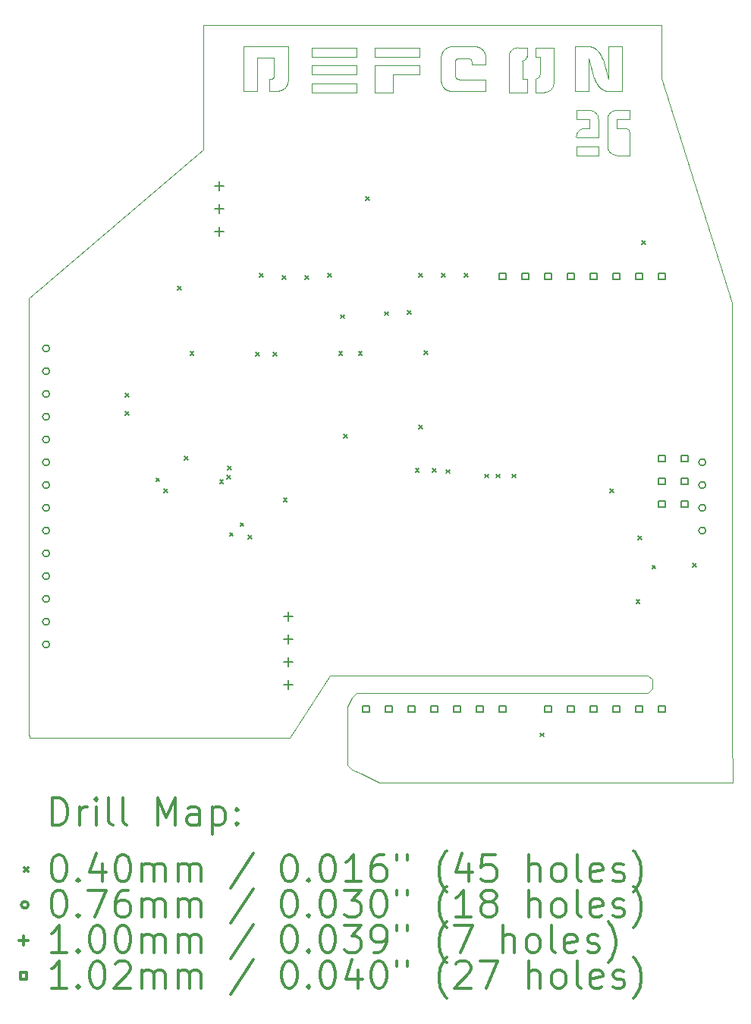
<source format=gbr>
%FSLAX45Y45*%
G04 Gerber Fmt 4.5, Leading zero omitted, Abs format (unit mm)*
G04 Created by KiCad (PCBNEW 4.0.7) date Monday, July 02, 2018 'PMt' 09:22:09 PM*
%MOMM*%
%LPD*%
G01*
G04 APERTURE LIST*
%ADD10C,0.127000*%
%ADD11C,0.100000*%
%ADD12C,0.200000*%
%ADD13C,0.300000*%
G04 APERTURE END LIST*
D10*
D11*
X16250000Y-17400000D02*
X16238220Y-17345780D01*
X24100000Y-17900000D02*
X24089320Y-17346980D01*
X20150000Y-17900000D02*
X24100000Y-17900000D01*
X20050000Y-17850000D02*
X20150000Y-17900000D01*
X19950000Y-17800000D02*
X20050000Y-17850000D01*
X19850000Y-17750000D02*
X19950000Y-17800000D01*
X19800000Y-17700000D02*
X19850000Y-17750000D01*
X19800000Y-17050000D02*
X19800000Y-17700000D01*
X19850000Y-16950000D02*
X19800000Y-17050000D01*
X19900000Y-16900000D02*
X19850000Y-16950000D01*
X23150000Y-16900000D02*
X19900000Y-16900000D01*
X23200000Y-16850000D02*
X23150000Y-16900000D01*
X23200000Y-16800000D02*
X23200000Y-16850000D01*
X23200000Y-16750000D02*
X23200000Y-16800000D01*
X23150000Y-16700000D02*
X23200000Y-16750000D01*
X19600000Y-16700000D02*
X23150000Y-16700000D01*
X19150000Y-17400000D02*
X19600000Y-16700000D01*
X16250000Y-17400000D02*
X19150000Y-17400000D01*
X22950000Y-10850000D02*
X22950000Y-10750000D01*
X22950000Y-10750000D02*
X22950000Y-10650000D01*
X22950000Y-10900000D02*
X22950000Y-10850000D01*
X22700000Y-10800000D02*
X22700000Y-10750000D01*
X22600000Y-10900000D02*
X22600000Y-10850000D01*
X22350000Y-10900000D02*
X22350000Y-10850000D01*
X22700000Y-10500000D02*
X22700000Y-10600000D01*
X22600000Y-10500000D02*
G75*
G03X22500000Y-10400000I-100000J0D01*
G01*
X22600000Y-10700000D02*
X22600000Y-10500000D01*
X22350000Y-10400000D02*
X22500000Y-10400000D01*
X22350000Y-10500000D02*
X22350000Y-10400000D01*
X22500000Y-10500000D02*
X22350000Y-10500000D01*
X22500000Y-10600000D02*
X22500000Y-10500000D01*
X22450000Y-10600000D02*
X22500000Y-10600000D01*
X22450000Y-10600000D02*
G75*
G03X22350000Y-10700000I0J-100000D01*
G01*
X22350000Y-10700000D02*
X22600000Y-10700000D01*
X22350000Y-10800000D02*
X22350000Y-10850000D01*
X22600000Y-10800000D02*
X22350000Y-10800000D01*
X22600000Y-10850000D02*
X22600000Y-10800000D01*
X22350000Y-10900000D02*
X22600000Y-10900000D01*
X22800000Y-10600000D02*
X22800000Y-10500000D01*
X22900000Y-10600000D02*
X22800000Y-10600000D01*
X22950000Y-10650000D02*
G75*
G03X22900000Y-10600000I-50000J0D01*
G01*
X22950000Y-10500000D02*
X22800000Y-10500000D01*
X22950000Y-10400000D02*
X22950000Y-10500000D01*
X22800000Y-10400000D02*
X22950000Y-10400000D01*
X22800000Y-10400000D02*
G75*
G03X22700000Y-10500000I0J-100000D01*
G01*
X22700000Y-10650000D02*
X22700000Y-10600000D01*
X22800000Y-10900000D02*
X22950000Y-10900000D01*
X22700000Y-10800000D02*
G75*
G03X22800000Y-10900000I100000J0D01*
G01*
X22700000Y-10750000D02*
X22700000Y-10650000D01*
X21700000Y-9700000D02*
G75*
G03X21600000Y-9800000I0J-100000D01*
G01*
X21700000Y-9700000D02*
X21800000Y-9700000D01*
X21600000Y-10200000D02*
X21600000Y-9800000D01*
X21800000Y-10050000D02*
X21800000Y-10200000D01*
X21750000Y-9850000D02*
G75*
G03X21800000Y-9800000I0J50000D01*
G01*
X21750000Y-10050000D02*
X21750000Y-9850000D01*
X21800000Y-10050000D02*
X21750000Y-10050000D01*
X21800000Y-10200000D02*
X21600000Y-10200000D01*
X21900000Y-10050000D02*
G75*
G03X21950000Y-10000000I0J50000D01*
G01*
X21950000Y-10000000D02*
X21950000Y-9800000D01*
X21900000Y-9800000D02*
X21950000Y-9800000D01*
X21900000Y-10200000D02*
X21900000Y-10050000D01*
X22000000Y-10200000D02*
X21900000Y-10200000D01*
X22000000Y-10200000D02*
G75*
G03X22100000Y-10100000I0J100000D01*
G01*
X22100000Y-9700000D02*
X22100000Y-10100000D01*
X21800000Y-9700000D02*
X21800000Y-9800000D01*
X21900000Y-9700000D02*
X21900000Y-9800000D01*
X22100000Y-9700000D02*
X21900000Y-9700000D01*
X20600000Y-10000000D02*
X20300000Y-10000000D01*
X20600000Y-9900000D02*
X20600000Y-10000000D01*
X20300000Y-10200000D02*
X20300000Y-10000000D01*
X20100000Y-10200000D02*
X20300000Y-10200000D01*
X20100000Y-9900000D02*
X20100000Y-10200000D01*
X20100000Y-9900000D02*
X20600000Y-9900000D01*
X20100000Y-9800000D02*
X20100000Y-9700000D01*
X20600000Y-9800000D02*
X20100000Y-9800000D01*
X20600000Y-9700000D02*
X20600000Y-9800000D01*
X20100000Y-9700000D02*
X20600000Y-9700000D01*
X19400000Y-10200000D02*
X19400000Y-10100000D01*
X19900000Y-10200000D02*
X19400000Y-10200000D01*
X19900000Y-10100000D02*
X19900000Y-10200000D01*
X19400000Y-10100000D02*
X19900000Y-10100000D01*
X19400000Y-9800000D02*
X19900000Y-9800000D01*
X19400000Y-9700000D02*
X19400000Y-9800000D01*
X19900000Y-9700000D02*
X19400000Y-9700000D01*
X19900000Y-9800000D02*
X19900000Y-9700000D01*
X19800000Y-10000000D02*
X19900000Y-10000000D01*
X19800000Y-9900000D02*
X19900000Y-9900000D01*
X19400000Y-9900000D02*
X19400000Y-10000000D01*
X19800000Y-9900000D02*
X19400000Y-9900000D01*
X19900000Y-10000000D02*
X19900000Y-9900000D01*
X19400000Y-10000000D02*
X19800000Y-10000000D01*
X18924000Y-10185000D02*
X18995000Y-10185000D01*
X18925000Y-10054000D02*
X18924000Y-10185000D01*
X18186400Y-10833100D02*
X18186400Y-9448800D01*
X22862529Y-9684980D02*
X22705343Y-9684980D01*
X22862529Y-10184980D02*
X22862529Y-9684980D01*
X22715074Y-10184980D02*
X22862529Y-10184980D01*
X22713141Y-10184968D02*
X22715074Y-10184980D01*
X22711209Y-10184931D02*
X22713141Y-10184968D01*
X22709278Y-10184869D02*
X22711209Y-10184931D01*
X22707349Y-10184783D02*
X22709278Y-10184869D01*
X22705422Y-10184671D02*
X22707349Y-10184783D01*
X22703495Y-10184536D02*
X22705422Y-10184671D01*
X22701570Y-10184375D02*
X22703495Y-10184536D01*
X22699646Y-10184190D02*
X22701570Y-10184375D01*
X22697723Y-10183980D02*
X22699646Y-10184190D01*
X22695802Y-10183746D02*
X22697723Y-10183980D01*
X22693882Y-10183486D02*
X22695802Y-10183746D01*
X22691963Y-10183202D02*
X22693882Y-10183486D01*
X22690046Y-10182894D02*
X22691963Y-10183202D01*
X22688130Y-10182560D02*
X22690046Y-10182894D01*
X22686215Y-10182202D02*
X22688130Y-10182560D01*
X22684302Y-10181820D02*
X22686215Y-10182202D01*
X22682390Y-10181412D02*
X22684302Y-10181820D01*
X22680479Y-10180980D02*
X22682390Y-10181412D01*
X22678569Y-10180523D02*
X22680479Y-10180980D01*
X22676661Y-10180042D02*
X22678569Y-10180523D01*
X22674754Y-10179536D02*
X22676661Y-10180042D01*
X22672848Y-10179005D02*
X22674754Y-10179536D01*
X22670944Y-10178449D02*
X22672848Y-10179005D01*
X22669041Y-10177869D02*
X22670944Y-10178449D01*
X22667141Y-10177259D02*
X22669041Y-10177869D01*
X22665246Y-10176614D02*
X22667141Y-10177259D01*
X22663357Y-10175934D02*
X22665246Y-10176614D01*
X22661472Y-10175218D02*
X22663357Y-10175934D01*
X22659593Y-10174468D02*
X22661472Y-10175218D01*
X22657719Y-10173682D02*
X22659593Y-10174468D01*
X22655851Y-10172862D02*
X22657719Y-10173682D01*
X22653987Y-10172006D02*
X22655851Y-10172862D01*
X22652129Y-10171115D02*
X22653987Y-10172006D01*
X22650276Y-10170189D02*
X22652129Y-10171115D01*
X22648428Y-10169228D02*
X22650276Y-10170189D01*
X22646585Y-10168232D02*
X22648428Y-10169228D01*
X22644748Y-10167201D02*
X22646585Y-10168232D01*
X22642916Y-10166135D02*
X22644748Y-10167201D01*
X22641089Y-10165034D02*
X22642916Y-10166135D01*
X22639267Y-10163897D02*
X22641089Y-10165034D01*
X22637450Y-10162726D02*
X22639267Y-10163897D01*
X22635639Y-10161519D02*
X22637450Y-10162726D01*
X22633832Y-10160278D02*
X22635639Y-10161519D01*
X22632031Y-10159001D02*
X22633832Y-10160278D01*
X22630235Y-10157689D02*
X22632031Y-10159001D01*
X22628445Y-10156342D02*
X22630235Y-10157689D01*
X22626659Y-10154960D02*
X22628445Y-10156342D01*
X22624879Y-10153543D02*
X22626659Y-10154960D01*
X22623105Y-10152089D02*
X22624879Y-10153543D01*
X22621339Y-10150596D02*
X22623105Y-10152089D01*
X22619581Y-10149064D02*
X22621339Y-10150596D01*
X22617831Y-10147493D02*
X22619581Y-10149064D01*
X22616088Y-10145882D02*
X22617831Y-10147493D01*
X22614353Y-10144233D02*
X22616088Y-10145882D01*
X22612626Y-10142545D02*
X22614353Y-10144233D01*
X22610907Y-10140818D02*
X22612626Y-10142545D01*
X22609195Y-10139052D02*
X22610907Y-10140818D01*
X22607492Y-10137247D02*
X22609195Y-10139052D01*
X22605796Y-10135403D02*
X22607492Y-10137247D01*
X22604108Y-10133520D02*
X22605796Y-10135403D01*
X22602428Y-10131599D02*
X22604108Y-10133520D01*
X22600755Y-10129638D02*
X22602428Y-10131599D01*
X22599091Y-10127638D02*
X22600755Y-10129638D01*
X22597434Y-10125599D02*
X22599091Y-10127638D01*
X22595785Y-10123521D02*
X22597434Y-10125599D01*
X22594144Y-10121404D02*
X22595785Y-10123521D01*
X22592510Y-10119248D02*
X22594144Y-10121404D01*
X22590884Y-10117053D02*
X22592510Y-10119248D01*
X22589267Y-10114820D02*
X22590884Y-10117053D01*
X22587656Y-10112547D02*
X22589267Y-10114820D01*
X22586054Y-10110235D02*
X22587656Y-10112547D01*
X22584460Y-10107884D02*
X22586054Y-10110235D01*
X22582875Y-10105491D02*
X22584460Y-10107884D01*
X22581302Y-10103050D02*
X22582875Y-10105491D01*
X22579741Y-10100563D02*
X22581302Y-10103050D01*
X22578191Y-10098029D02*
X22579741Y-10100563D01*
X22576653Y-10095448D02*
X22578191Y-10098029D01*
X22575127Y-10092821D02*
X22576653Y-10095448D01*
X22573612Y-10090146D02*
X22575127Y-10092821D01*
X22572109Y-10087425D02*
X22573612Y-10090146D01*
X22570618Y-10084657D02*
X22572109Y-10087425D01*
X22569139Y-10081843D02*
X22570618Y-10084657D01*
X22567671Y-10078981D02*
X22569139Y-10081843D01*
X22566215Y-10076073D02*
X22567671Y-10078981D01*
X22564771Y-10073118D02*
X22566215Y-10076073D01*
X22563338Y-10070116D02*
X22564771Y-10073118D01*
X22561917Y-10067067D02*
X22563338Y-10070116D01*
X22560508Y-10063972D02*
X22561917Y-10067067D01*
X22559110Y-10060830D02*
X22560508Y-10063972D01*
X22557724Y-10057641D02*
X22559110Y-10060830D01*
X22556350Y-10054405D02*
X22557724Y-10057641D01*
X22554987Y-10051123D02*
X22556350Y-10054405D01*
X22553637Y-10047793D02*
X22554987Y-10051123D01*
X22552298Y-10044417D02*
X22553637Y-10047793D01*
X22550970Y-10040995D02*
X22552298Y-10044417D01*
X22549654Y-10037525D02*
X22550970Y-10040995D01*
X22489774Y-9816717D02*
X22549654Y-10037525D01*
X22489774Y-10184980D02*
X22489774Y-9816717D01*
X22332589Y-10184980D02*
X22489774Y-10184980D01*
X22332589Y-9684980D02*
X22332589Y-10184980D01*
X22477798Y-9684980D02*
X22332589Y-9684980D01*
X22479732Y-9684992D02*
X22477798Y-9684980D01*
X22481665Y-9685029D02*
X22479732Y-9684992D01*
X22483599Y-9685091D02*
X22481665Y-9685029D01*
X22485533Y-9685178D02*
X22483599Y-9685091D01*
X22487466Y-9685289D02*
X22485533Y-9685178D01*
X22489400Y-9685424D02*
X22487466Y-9685289D01*
X22491333Y-9685585D02*
X22489400Y-9685424D01*
X22493267Y-9685770D02*
X22491333Y-9685585D01*
X22495201Y-9685980D02*
X22493267Y-9685770D01*
X22497134Y-9686215D02*
X22495201Y-9685980D01*
X22499068Y-9686474D02*
X22497134Y-9686215D01*
X22501002Y-9686758D02*
X22499068Y-9686474D01*
X22502935Y-9687066D02*
X22501002Y-9686758D01*
X22504869Y-9687400D02*
X22502935Y-9687066D01*
X22506803Y-9687758D02*
X22504869Y-9687400D01*
X22508736Y-9688140D02*
X22506803Y-9687758D01*
X22510670Y-9688548D02*
X22508736Y-9688140D01*
X22512603Y-9688980D02*
X22510670Y-9688548D01*
X22514537Y-9689437D02*
X22512603Y-9688980D01*
X22516471Y-9689918D02*
X22514537Y-9689437D01*
X22518404Y-9690424D02*
X22516471Y-9689918D01*
X22520338Y-9690955D02*
X22518404Y-9690424D01*
X22522272Y-9691511D02*
X22520338Y-9690955D01*
X22524205Y-9692091D02*
X22522272Y-9691511D01*
X22526136Y-9692700D02*
X22524205Y-9692091D01*
X22528062Y-9693344D02*
X22526136Y-9692700D01*
X22529983Y-9694021D02*
X22528062Y-9693344D01*
X22531898Y-9694731D02*
X22529983Y-9694021D01*
X22533808Y-9695476D02*
X22531898Y-9694731D01*
X22535713Y-9696254D02*
X22533808Y-9695476D01*
X22537613Y-9697067D02*
X22535713Y-9696254D01*
X22539508Y-9697913D02*
X22537613Y-9697067D01*
X22541397Y-9698792D02*
X22539508Y-9697913D01*
X22543282Y-9699706D02*
X22541397Y-9698792D01*
X22545161Y-9700653D02*
X22543282Y-9699706D01*
X22547035Y-9701634D02*
X22545161Y-9700653D01*
X22548903Y-9702649D02*
X22547035Y-9701634D01*
X22550767Y-9703698D02*
X22548903Y-9702649D01*
X22552625Y-9704780D02*
X22550767Y-9703698D01*
X22554478Y-9705897D02*
X22552625Y-9704780D01*
X22556326Y-9707047D02*
X22554478Y-9705897D01*
X22558169Y-9708230D02*
X22556326Y-9707047D01*
X22560006Y-9709448D02*
X22558169Y-9708230D01*
X22561838Y-9710699D02*
X22560006Y-9709448D01*
X22563665Y-9711985D02*
X22561838Y-9710699D01*
X22565487Y-9713304D02*
X22563665Y-9711985D01*
X22567304Y-9714656D02*
X22565487Y-9713304D01*
X22569115Y-9716043D02*
X22567304Y-9714656D01*
X22570920Y-9717467D02*
X22569115Y-9716043D01*
X22572718Y-9718930D02*
X22570920Y-9717467D01*
X22574507Y-9720435D02*
X22572718Y-9718930D01*
X22576289Y-9721979D02*
X22574507Y-9720435D01*
X22578062Y-9723564D02*
X22576289Y-9721979D01*
X22579828Y-9725189D02*
X22578062Y-9723564D01*
X22581587Y-9726854D02*
X22579828Y-9725189D01*
X22583337Y-9728560D02*
X22581587Y-9726854D01*
X22585080Y-9730305D02*
X22583337Y-9728560D01*
X22586814Y-9732092D02*
X22585080Y-9730305D01*
X22588541Y-9733918D02*
X22586814Y-9732092D01*
X22590261Y-9735785D02*
X22588541Y-9733918D01*
X22591972Y-9737692D02*
X22590261Y-9735785D01*
X22593676Y-9739639D02*
X22591972Y-9737692D01*
X22595372Y-9741627D02*
X22593676Y-9739639D01*
X22597060Y-9743654D02*
X22595372Y-9741627D01*
X22598740Y-9745722D02*
X22597060Y-9743654D01*
X22600412Y-9747831D02*
X22598740Y-9745722D01*
X22602077Y-9749980D02*
X22600412Y-9747831D01*
X22603734Y-9752169D02*
X22602077Y-9749980D01*
X22605383Y-9754398D02*
X22603734Y-9752169D01*
X22607024Y-9756667D02*
X22605383Y-9754398D01*
X22608657Y-9758977D02*
X22607024Y-9756667D01*
X22610283Y-9761327D02*
X22608657Y-9758977D01*
X22611898Y-9763722D02*
X22610283Y-9761327D01*
X22613501Y-9766167D02*
X22611898Y-9763722D01*
X22615090Y-9768660D02*
X22613501Y-9766167D01*
X22616666Y-9771203D02*
X22615090Y-9768660D01*
X22618229Y-9773796D02*
X22616666Y-9771203D01*
X22619780Y-9776438D02*
X22618229Y-9773796D01*
X22621317Y-9779129D02*
X22619780Y-9776438D01*
X22622841Y-9781870D02*
X22621317Y-9779129D01*
X22624353Y-9784660D02*
X22622841Y-9781870D01*
X22625851Y-9787499D02*
X22624353Y-9784660D01*
X22627336Y-9790388D02*
X22625851Y-9787499D01*
X22628809Y-9793326D02*
X22627336Y-9790388D01*
X22630268Y-9796313D02*
X22628809Y-9793326D01*
X22631714Y-9799350D02*
X22630268Y-9796313D01*
X22633148Y-9802437D02*
X22631714Y-9799350D01*
X22634568Y-9805572D02*
X22633148Y-9802437D01*
X22635975Y-9808757D02*
X22634568Y-9805572D01*
X22637370Y-9811992D02*
X22635975Y-9808757D01*
X22638751Y-9815275D02*
X22637370Y-9811992D01*
X22640119Y-9818609D02*
X22638751Y-9815275D01*
X22641475Y-9821991D02*
X22640119Y-9818609D01*
X22642817Y-9825423D02*
X22641475Y-9821991D01*
X22644146Y-9828904D02*
X22642817Y-9825423D01*
X22645463Y-9832435D02*
X22644146Y-9828904D01*
X22705343Y-10053244D02*
X22645463Y-9832435D01*
X22705343Y-9684980D02*
X22705343Y-10053244D01*
X20971938Y-9685042D02*
X20977012Y-9684980D01*
X20966944Y-9685230D02*
X20971938Y-9685042D01*
X20962031Y-9685541D02*
X20966944Y-9685230D01*
X20957198Y-9685978D02*
X20962031Y-9685541D01*
X20952446Y-9686539D02*
X20957198Y-9685978D01*
X20947774Y-9687226D02*
X20952446Y-9686539D01*
X20943183Y-9688036D02*
X20947774Y-9687226D01*
X20938672Y-9688972D02*
X20943183Y-9688036D01*
X20934242Y-9690032D02*
X20938672Y-9688972D01*
X20929893Y-9691218D02*
X20934242Y-9690032D01*
X20925624Y-9692527D02*
X20929893Y-9691218D01*
X20921436Y-9693962D02*
X20925624Y-9692527D01*
X20917328Y-9695521D02*
X20921436Y-9693962D01*
X20913301Y-9697206D02*
X20917328Y-9695521D01*
X20909355Y-9699014D02*
X20913301Y-9697206D01*
X20905489Y-9700948D02*
X20909355Y-9699014D01*
X20901703Y-9703006D02*
X20905489Y-9700948D01*
X20897998Y-9705190D02*
X20901703Y-9703006D01*
X20894374Y-9707498D02*
X20897998Y-9705190D01*
X20890831Y-9709930D02*
X20894374Y-9707498D01*
X20887367Y-9712488D02*
X20890831Y-9709930D01*
X20883985Y-9715170D02*
X20887367Y-9712488D01*
X20880683Y-9717977D02*
X20883985Y-9715170D01*
X20877461Y-9720908D02*
X20880683Y-9717977D01*
X20874347Y-9723954D02*
X20877461Y-9720908D01*
X20871364Y-9727104D02*
X20874347Y-9723954D01*
X20868514Y-9730358D02*
X20871364Y-9727104D01*
X20865797Y-9733716D02*
X20868514Y-9730358D01*
X20863213Y-9737178D02*
X20865797Y-9733716D01*
X20860760Y-9740744D02*
X20863213Y-9737178D01*
X20858441Y-9744413D02*
X20860760Y-9740744D01*
X20856254Y-9748187D02*
X20858441Y-9744413D01*
X20854199Y-9752065D02*
X20856254Y-9748187D01*
X20852277Y-9756046D02*
X20854199Y-9752065D01*
X20850488Y-9760132D02*
X20852277Y-9756046D01*
X20848831Y-9764321D02*
X20850488Y-9760132D01*
X20847307Y-9768615D02*
X20848831Y-9764321D01*
X20845915Y-9773012D02*
X20847307Y-9768615D01*
X20844656Y-9777514D02*
X20845915Y-9773012D01*
X20843529Y-9782119D02*
X20844656Y-9777514D01*
X20842535Y-9786828D02*
X20843529Y-9782119D01*
X20841674Y-9791642D02*
X20842535Y-9786828D01*
X20840945Y-9796559D02*
X20841674Y-9791642D01*
X20840348Y-9801580D02*
X20840945Y-9796559D01*
X20839884Y-9806705D02*
X20840348Y-9801580D01*
X20839553Y-9811934D02*
X20839884Y-9806705D01*
X20839354Y-9817268D02*
X20839553Y-9811934D01*
X20839288Y-9822705D02*
X20839354Y-9817268D01*
X20839288Y-10050250D02*
X20839288Y-9822705D01*
X20839348Y-10055684D02*
X20839288Y-10050250D01*
X20839529Y-10061009D02*
X20839348Y-10055684D01*
X20839832Y-10066225D02*
X20839529Y-10061009D01*
X20840255Y-10071332D02*
X20839832Y-10066225D01*
X20840798Y-10076330D02*
X20840255Y-10071332D01*
X20841463Y-10081219D02*
X20840798Y-10076330D01*
X20842249Y-10085998D02*
X20841463Y-10081219D01*
X20843155Y-10090669D02*
X20842249Y-10085998D01*
X20844182Y-10095230D02*
X20843155Y-10090669D01*
X20845330Y-10099682D02*
X20844182Y-10095230D01*
X20846599Y-10104025D02*
X20845330Y-10099682D01*
X20847989Y-10108258D02*
X20846599Y-10104025D01*
X20849500Y-10112383D02*
X20847989Y-10108258D01*
X20851131Y-10116398D02*
X20849500Y-10112383D01*
X20852884Y-10120305D02*
X20851131Y-10116398D01*
X20854757Y-10124102D02*
X20852884Y-10120305D01*
X20856751Y-10127790D02*
X20854757Y-10124102D01*
X20858866Y-10131369D02*
X20856751Y-10127790D01*
X20861102Y-10134838D02*
X20858866Y-10131369D01*
X20863458Y-10138199D02*
X20861102Y-10134838D01*
X20865936Y-10141450D02*
X20863458Y-10138199D01*
X20868534Y-10144592D02*
X20865936Y-10141450D01*
X20871253Y-10147625D02*
X20868534Y-10144592D01*
X20874093Y-10150549D02*
X20871253Y-10147625D01*
X20877048Y-10153358D02*
X20874093Y-10150549D01*
X20880110Y-10156048D02*
X20877048Y-10153358D01*
X20883280Y-10158619D02*
X20880110Y-10156048D01*
X20886558Y-10161070D02*
X20883280Y-10158619D01*
X20889944Y-10163401D02*
X20886558Y-10161070D01*
X20893437Y-10165613D02*
X20889944Y-10163401D01*
X20897039Y-10167705D02*
X20893437Y-10165613D01*
X20900748Y-10169677D02*
X20897039Y-10167705D01*
X20904565Y-10171530D02*
X20900748Y-10169677D01*
X20908491Y-10173264D02*
X20904565Y-10171530D01*
X20912523Y-10174878D02*
X20908491Y-10173264D01*
X20916664Y-10176372D02*
X20912523Y-10174878D01*
X20920913Y-10177747D02*
X20916664Y-10176372D01*
X20925269Y-10179002D02*
X20920913Y-10177747D01*
X20929734Y-10180138D02*
X20925269Y-10179002D01*
X20934306Y-10181154D02*
X20929734Y-10180138D01*
X20938986Y-10182051D02*
X20934306Y-10181154D01*
X20943774Y-10182828D02*
X20938986Y-10182051D01*
X20948670Y-10183486D02*
X20943774Y-10182828D01*
X20953674Y-10184024D02*
X20948670Y-10183486D01*
X20958785Y-10184442D02*
X20953674Y-10184024D01*
X20964004Y-10184741D02*
X20958785Y-10184442D01*
X20969332Y-10184920D02*
X20964004Y-10184741D01*
X20974767Y-10184980D02*
X20969332Y-10184920D01*
X21339288Y-10184980D02*
X20974767Y-10184980D01*
X21339288Y-10053992D02*
X21339288Y-10184980D01*
X21049617Y-10053992D02*
X21339288Y-10053992D01*
X21045342Y-10053898D02*
X21049617Y-10053992D01*
X21041248Y-10053618D02*
X21045342Y-10053898D01*
X21037337Y-10053150D02*
X21041248Y-10053618D01*
X21033607Y-10052495D02*
X21037337Y-10053150D01*
X21030060Y-10051653D02*
X21033607Y-10052495D01*
X21026694Y-10050624D02*
X21030060Y-10051653D01*
X21023510Y-10049407D02*
X21026694Y-10050624D01*
X21020509Y-10048004D02*
X21023510Y-10049407D01*
X21017689Y-10046413D02*
X21020509Y-10048004D01*
X21015051Y-10044636D02*
X21017689Y-10046413D01*
X21012595Y-10042671D02*
X21015051Y-10044636D01*
X21010321Y-10040519D02*
X21012595Y-10042671D01*
X21008229Y-10038180D02*
X21010321Y-10040519D01*
X21006318Y-10035654D02*
X21008229Y-10038180D01*
X21004590Y-10032940D02*
X21006318Y-10035654D01*
X21003044Y-10030040D02*
X21004590Y-10032940D01*
X21001679Y-10026952D02*
X21003044Y-10030040D01*
X21000497Y-10023678D02*
X21001679Y-10026952D01*
X20999496Y-10020216D02*
X21000497Y-10023678D01*
X20998677Y-10016567D02*
X20999496Y-10020216D01*
X20998041Y-10012731D02*
X20998677Y-10016567D01*
X20997586Y-10008708D02*
X20998041Y-10012731D01*
X20997313Y-10004497D02*
X20997586Y-10008708D01*
X20997222Y-10000100D02*
X20997313Y-10004497D01*
X20997222Y-9857136D02*
X20997222Y-10000100D01*
X20997783Y-9854017D02*
X20997222Y-9857136D01*
X20998469Y-9851023D02*
X20997783Y-9854017D01*
X20999280Y-9848154D02*
X20998469Y-9851023D01*
X21000216Y-9845409D02*
X20999280Y-9848154D01*
X21001276Y-9842789D02*
X21000216Y-9845409D01*
X21002461Y-9840294D02*
X21001276Y-9842789D01*
X21003771Y-9837924D02*
X21002461Y-9840294D01*
X21005206Y-9835679D02*
X21003771Y-9837924D01*
X21006765Y-9833558D02*
X21005206Y-9835679D01*
X21008449Y-9831562D02*
X21006765Y-9833558D01*
X21010258Y-9829691D02*
X21008449Y-9831562D01*
X21012192Y-9827944D02*
X21010258Y-9829691D01*
X21014250Y-9826322D02*
X21012192Y-9827944D01*
X21016433Y-9824825D02*
X21014250Y-9826322D01*
X21018741Y-9823453D02*
X21016433Y-9824825D01*
X21021174Y-9822206D02*
X21018741Y-9823453D01*
X21023731Y-9821083D02*
X21021174Y-9822206D01*
X21026414Y-9820085D02*
X21023731Y-9821083D01*
X21029220Y-9819212D02*
X21026414Y-9820085D01*
X21032152Y-9818463D02*
X21029220Y-9819212D01*
X21035208Y-9817839D02*
X21032152Y-9818463D01*
X21038390Y-9817340D02*
X21035208Y-9817839D01*
X21041695Y-9816966D02*
X21038390Y-9817340D01*
X21045126Y-9816717D02*
X21041695Y-9816966D01*
X21133449Y-9816717D02*
X21045126Y-9816717D01*
X21135426Y-9816741D02*
X21133449Y-9816717D01*
X21137364Y-9816813D02*
X21135426Y-9816741D01*
X21139262Y-9816933D02*
X21137364Y-9816813D01*
X21141122Y-9817101D02*
X21139262Y-9816933D01*
X21142942Y-9817318D02*
X21141122Y-9817101D01*
X21144724Y-9817582D02*
X21142942Y-9817318D01*
X21146466Y-9817895D02*
X21144724Y-9817582D01*
X21148170Y-9818255D02*
X21146466Y-9817895D01*
X21149835Y-9818664D02*
X21148170Y-9818255D01*
X21151460Y-9819121D02*
X21149835Y-9818664D01*
X21153047Y-9819625D02*
X21151460Y-9819121D01*
X21154595Y-9820178D02*
X21153047Y-9819625D01*
X21156103Y-9820779D02*
X21154595Y-9820178D01*
X21157573Y-9821429D02*
X21156103Y-9820779D01*
X21159004Y-9822126D02*
X21157573Y-9821429D01*
X21160396Y-9822871D02*
X21159004Y-9822126D01*
X21161748Y-9823664D02*
X21160396Y-9822871D01*
X21163062Y-9824506D02*
X21161748Y-9823664D01*
X21164337Y-9825395D02*
X21163062Y-9824506D01*
X21165573Y-9826333D02*
X21164337Y-9825395D01*
X21166770Y-9827318D02*
X21165573Y-9826333D01*
X21167927Y-9828352D02*
X21166770Y-9827318D01*
X21169046Y-9829434D02*
X21167927Y-9828352D01*
X21170126Y-9830564D02*
X21169046Y-9829434D01*
X21171164Y-9831737D02*
X21170126Y-9830564D01*
X21172158Y-9832947D02*
X21171164Y-9831737D01*
X21173108Y-9834195D02*
X21172158Y-9832947D01*
X21174014Y-9835481D02*
X21173108Y-9834195D01*
X21174876Y-9836805D02*
X21174014Y-9835481D01*
X21175693Y-9838166D02*
X21174876Y-9836805D01*
X21176466Y-9839565D02*
X21175693Y-9838166D01*
X21177195Y-9841001D02*
X21176466Y-9839565D01*
X21177880Y-9842476D02*
X21177195Y-9841001D01*
X21178521Y-9843988D02*
X21177880Y-9842476D01*
X21179117Y-9845537D02*
X21178521Y-9843988D01*
X21179670Y-9847125D02*
X21179117Y-9845537D01*
X21180178Y-9848750D02*
X21179670Y-9847125D01*
X21180642Y-9850412D02*
X21180178Y-9848750D01*
X21181061Y-9852113D02*
X21180642Y-9850412D01*
X21181437Y-9853851D02*
X21181061Y-9852113D01*
X21181768Y-9855626D02*
X21181437Y-9853851D01*
X21182055Y-9857440D02*
X21181768Y-9855626D01*
X21182298Y-9859291D02*
X21182055Y-9857440D01*
X21182497Y-9861180D02*
X21182298Y-9859291D01*
X21182652Y-9863106D02*
X21182497Y-9861180D01*
X21182762Y-9865070D02*
X21182652Y-9863106D01*
X21182829Y-9867072D02*
X21182762Y-9865070D01*
X21182851Y-9869112D02*
X21182829Y-9867072D01*
X21182851Y-9892315D02*
X21182851Y-9869112D01*
X21339288Y-9892315D02*
X21182851Y-9892315D01*
X21339288Y-9822705D02*
X21339288Y-9892315D01*
X21339222Y-9817268D02*
X21339288Y-9822705D01*
X21339023Y-9811934D02*
X21339222Y-9817268D01*
X21338691Y-9806705D02*
X21339023Y-9811934D01*
X21338227Y-9801580D02*
X21338691Y-9806705D01*
X21337631Y-9796559D02*
X21338227Y-9801580D01*
X21336902Y-9791642D02*
X21337631Y-9796559D01*
X21336040Y-9786828D02*
X21336902Y-9791642D01*
X21335046Y-9782119D02*
X21336040Y-9786828D01*
X21333920Y-9777514D02*
X21335046Y-9782119D01*
X21332660Y-9773012D02*
X21333920Y-9777514D01*
X21331269Y-9768615D02*
X21332660Y-9773012D01*
X21329744Y-9764321D02*
X21331269Y-9768615D01*
X21328088Y-9760132D02*
X21329744Y-9764321D01*
X21326298Y-9756046D02*
X21328088Y-9760132D01*
X21324376Y-9752065D02*
X21326298Y-9756046D01*
X21322322Y-9748187D02*
X21324376Y-9752065D01*
X21320135Y-9744413D02*
X21322322Y-9748187D01*
X21317815Y-9740744D02*
X21320135Y-9744413D01*
X21315363Y-9737178D02*
X21317815Y-9740744D01*
X21312778Y-9733716D02*
X21315363Y-9737178D01*
X21310061Y-9730358D02*
X21312778Y-9733716D01*
X21307211Y-9727104D02*
X21310061Y-9730358D01*
X21304229Y-9723954D02*
X21307211Y-9727104D01*
X21301114Y-9720908D02*
X21304229Y-9723954D01*
X21297893Y-9717977D02*
X21301114Y-9720908D01*
X21294591Y-9715170D02*
X21297893Y-9717977D01*
X21291208Y-9712488D02*
X21294591Y-9715170D01*
X21287745Y-9709930D02*
X21291208Y-9712488D01*
X21284201Y-9707498D02*
X21287745Y-9709930D01*
X21280577Y-9705190D02*
X21284201Y-9707498D01*
X21276872Y-9703006D02*
X21280577Y-9705190D01*
X21273087Y-9700948D02*
X21276872Y-9703006D01*
X21269221Y-9699014D02*
X21273087Y-9700948D01*
X21265274Y-9697206D02*
X21269221Y-9699014D01*
X21261247Y-9695521D02*
X21265274Y-9697206D01*
X21257140Y-9693962D02*
X21261247Y-9695521D01*
X21252951Y-9692527D02*
X21257140Y-9693962D01*
X21248683Y-9691218D02*
X21252951Y-9692527D01*
X21244333Y-9690032D02*
X21248683Y-9691218D01*
X21239903Y-9688972D02*
X21244333Y-9690032D01*
X21235393Y-9688036D02*
X21239903Y-9688972D01*
X21230802Y-9687226D02*
X21235393Y-9688036D01*
X21226130Y-9686539D02*
X21230802Y-9687226D01*
X21221378Y-9685978D02*
X21226130Y-9686539D01*
X21216545Y-9685541D02*
X21221378Y-9685978D01*
X21211632Y-9685230D02*
X21216545Y-9685541D01*
X21206638Y-9685042D02*
X21211632Y-9685230D01*
X21201563Y-9684980D02*
X21206638Y-9685042D01*
X20977012Y-9684980D02*
X21201563Y-9684980D01*
X19133769Y-9684980D02*
X18633020Y-9684980D01*
X19133769Y-10048004D02*
X19133769Y-9684980D01*
X19133751Y-10050736D02*
X19133769Y-10048004D01*
X19133698Y-10053441D02*
X19133751Y-10050736D01*
X19133611Y-10056121D02*
X19133698Y-10053441D01*
X19133488Y-10058774D02*
X19133611Y-10056121D01*
X19133330Y-10061402D02*
X19133488Y-10058774D01*
X19133137Y-10064003D02*
X19133330Y-10061402D01*
X19132909Y-10066579D02*
X19133137Y-10064003D01*
X19132646Y-10069128D02*
X19132909Y-10066579D01*
X19132348Y-10071652D02*
X19132646Y-10069128D01*
X19132014Y-10074150D02*
X19132348Y-10071652D01*
X19131646Y-10076621D02*
X19132014Y-10074150D01*
X19131242Y-10079067D02*
X19131646Y-10076621D01*
X19130804Y-10081487D02*
X19131242Y-10079067D01*
X19130330Y-10083880D02*
X19130804Y-10081487D01*
X19129821Y-10086248D02*
X19130330Y-10083880D01*
X19129278Y-10088589D02*
X19129821Y-10086248D01*
X19128699Y-10090905D02*
X19129278Y-10088589D01*
X19128085Y-10093195D02*
X19128699Y-10090905D01*
X19127436Y-10095459D02*
X19128085Y-10093195D01*
X19126751Y-10097696D02*
X19127436Y-10095459D01*
X19126032Y-10099908D02*
X19126751Y-10097696D01*
X19125278Y-10102094D02*
X19126032Y-10099908D01*
X19124488Y-10104253D02*
X19125278Y-10102094D01*
X19123664Y-10106387D02*
X19124488Y-10104253D01*
X19122807Y-10108494D02*
X19123664Y-10106387D01*
X19121920Y-10110574D02*
X19122807Y-10108494D01*
X19121003Y-10112627D02*
X19121920Y-10110574D01*
X19120056Y-10114652D02*
X19121003Y-10112627D01*
X19119080Y-10116650D02*
X19120056Y-10114652D01*
X19118073Y-10118621D02*
X19119080Y-10116650D01*
X19117037Y-10120564D02*
X19118073Y-10118621D01*
X19115971Y-10122480D02*
X19117037Y-10120564D01*
X19114875Y-10124369D02*
X19115971Y-10122480D01*
X19113749Y-10126230D02*
X19114875Y-10124369D01*
X19112593Y-10128065D02*
X19113749Y-10126230D01*
X19111407Y-10129872D02*
X19112593Y-10128065D01*
X19110191Y-10131651D02*
X19111407Y-10129872D01*
X19108946Y-10133404D02*
X19110191Y-10131651D01*
X19107670Y-10135129D02*
X19108946Y-10133404D01*
X19106365Y-10136826D02*
X19107670Y-10135129D01*
X19105030Y-10138497D02*
X19106365Y-10136826D01*
X19103665Y-10140140D02*
X19105030Y-10138497D01*
X19102270Y-10141756D02*
X19103665Y-10140140D01*
X19100845Y-10143345D02*
X19102270Y-10141756D01*
X19099390Y-10144906D02*
X19100845Y-10143345D01*
X19097905Y-10146440D02*
X19099390Y-10144906D01*
X19096391Y-10147947D02*
X19097905Y-10146440D01*
X19094846Y-10149426D02*
X19096391Y-10147947D01*
X19093275Y-10150877D02*
X19094846Y-10149426D01*
X19091681Y-10152298D02*
X19093275Y-10150877D01*
X19090063Y-10153689D02*
X19091681Y-10152298D01*
X19088422Y-10155050D02*
X19090063Y-10153689D01*
X19086757Y-10156382D02*
X19088422Y-10155050D01*
X19085069Y-10157683D02*
X19086757Y-10156382D01*
X19083358Y-10158955D02*
X19085069Y-10157683D01*
X19081623Y-10160196D02*
X19083358Y-10158955D01*
X19079865Y-10161408D02*
X19081623Y-10160196D01*
X19078083Y-10162590D02*
X19079865Y-10161408D01*
X19076278Y-10163742D02*
X19078083Y-10162590D01*
X19074450Y-10164864D02*
X19076278Y-10163742D01*
X19072598Y-10165956D02*
X19074450Y-10164864D01*
X19070723Y-10167019D02*
X19072598Y-10165956D01*
X19068824Y-10168051D02*
X19070723Y-10167019D01*
X19066902Y-10169054D02*
X19068824Y-10168051D01*
X19064957Y-10170026D02*
X19066902Y-10169054D01*
X19062988Y-10170969D02*
X19064957Y-10170026D01*
X19060996Y-10171882D02*
X19062988Y-10170969D01*
X19058981Y-10172765D02*
X19060996Y-10171882D01*
X19056942Y-10173618D02*
X19058981Y-10172765D01*
X19054879Y-10174441D02*
X19056942Y-10173618D01*
X19052794Y-10175235D02*
X19054879Y-10174441D01*
X19050685Y-10175998D02*
X19052794Y-10175235D01*
X19048556Y-10176731D02*
X19050685Y-10175998D01*
X19046412Y-10177433D02*
X19048556Y-10176731D01*
X19044252Y-10178103D02*
X19046412Y-10177433D01*
X19042077Y-10178743D02*
X19044252Y-10178103D01*
X19039886Y-10179351D02*
X19042077Y-10178743D01*
X19037679Y-10179928D02*
X19039886Y-10179351D01*
X19035457Y-10180473D02*
X19037679Y-10179928D01*
X19033220Y-10180988D02*
X19035457Y-10180473D01*
X19030966Y-10181471D02*
X19033220Y-10180988D01*
X19028697Y-10181924D02*
X19030966Y-10181471D01*
X19026413Y-10182345D02*
X19028697Y-10181924D01*
X19024113Y-10182735D02*
X19026413Y-10182345D01*
X19021797Y-10183093D02*
X19024113Y-10182735D01*
X19019466Y-10183421D02*
X19021797Y-10183093D01*
X19017119Y-10183717D02*
X19019466Y-10183421D01*
X19014757Y-10183982D02*
X19017119Y-10183717D01*
X19012379Y-10184216D02*
X19014757Y-10183982D01*
X19009985Y-10184419D02*
X19012379Y-10184216D01*
X19007576Y-10184590D02*
X19009985Y-10184419D01*
X19005151Y-10184731D02*
X19007576Y-10184590D01*
X19002710Y-10184840D02*
X19005151Y-10184731D01*
X19000254Y-10184918D02*
X19002710Y-10184840D01*
X18997783Y-10184964D02*
X19000254Y-10184918D01*
X18995295Y-10184980D02*
X18997783Y-10184964D01*
X18928463Y-10053150D02*
X18924188Y-10053244D01*
X18932556Y-10052869D02*
X18928463Y-10053150D01*
X18936468Y-10052401D02*
X18932556Y-10052869D01*
X18940197Y-10051747D02*
X18936468Y-10052401D01*
X18943745Y-10050904D02*
X18940197Y-10051747D01*
X18947111Y-10049875D02*
X18943745Y-10050904D01*
X18950294Y-10048659D02*
X18947111Y-10049875D01*
X18953296Y-10047255D02*
X18950294Y-10048659D01*
X18956116Y-10045665D02*
X18953296Y-10047255D01*
X18958754Y-10043887D02*
X18956116Y-10045665D01*
X18961210Y-10041922D02*
X18958754Y-10043887D01*
X18963484Y-10039770D02*
X18961210Y-10041922D01*
X18965576Y-10037431D02*
X18963484Y-10039770D01*
X18967487Y-10034905D02*
X18965576Y-10037431D01*
X18969215Y-10032192D02*
X18967487Y-10034905D01*
X18970761Y-10029291D02*
X18969215Y-10032192D01*
X18972126Y-10026204D02*
X18970761Y-10029291D01*
X18973308Y-10022929D02*
X18972126Y-10026204D01*
X18974309Y-10019467D02*
X18973308Y-10022929D01*
X18975128Y-10015818D02*
X18974309Y-10019467D01*
X18975764Y-10011982D02*
X18975128Y-10015818D01*
X18976219Y-10007959D02*
X18975764Y-10011982D01*
X18976492Y-10003749D02*
X18976219Y-10007959D01*
X18976583Y-9999351D02*
X18976492Y-10003749D01*
X18976583Y-9815968D02*
X18976583Y-9999351D01*
X18790954Y-9815968D02*
X18976583Y-9815968D01*
X18790954Y-10184980D02*
X18790954Y-9815968D01*
X18633020Y-10184980D02*
X18790954Y-10184980D01*
X18633020Y-9684980D02*
X18633020Y-10184980D01*
X24088020Y-12545080D02*
X24089320Y-17346980D01*
X23303220Y-10041880D02*
X24088020Y-12545080D01*
X23303220Y-9445080D02*
X23303220Y-10041880D01*
X18186400Y-9448800D02*
X23303220Y-9445080D01*
X18186400Y-10833100D02*
X16238220Y-12491780D01*
X16238220Y-12491780D02*
X16238220Y-17345780D01*
D12*
X17315500Y-13556300D02*
X17355500Y-13596300D01*
X17355500Y-13556300D02*
X17315500Y-13596300D01*
X17315500Y-13759500D02*
X17355500Y-13799500D01*
X17355500Y-13759500D02*
X17315500Y-13799500D01*
X17660000Y-14500000D02*
X17700000Y-14540000D01*
X17700000Y-14500000D02*
X17660000Y-14540000D01*
X17750000Y-14620000D02*
X17790000Y-14660000D01*
X17790000Y-14620000D02*
X17750000Y-14660000D01*
X17899700Y-12362500D02*
X17939700Y-12402500D01*
X17939700Y-12362500D02*
X17899700Y-12402500D01*
X17980000Y-14260000D02*
X18020000Y-14300000D01*
X18020000Y-14260000D02*
X17980000Y-14300000D01*
X18040000Y-13090000D02*
X18080000Y-13130000D01*
X18080000Y-13090000D02*
X18040000Y-13130000D01*
X18370000Y-14520000D02*
X18410000Y-14560000D01*
X18410000Y-14520000D02*
X18370000Y-14560000D01*
X18450000Y-14470001D02*
X18490000Y-14510001D01*
X18490000Y-14470001D02*
X18450000Y-14510001D01*
X18459999Y-14370000D02*
X18499999Y-14410000D01*
X18499999Y-14370000D02*
X18459999Y-14410000D01*
X18480000Y-15110000D02*
X18520000Y-15150000D01*
X18520000Y-15110000D02*
X18480000Y-15150000D01*
X18600000Y-15000000D02*
X18640000Y-15040000D01*
X18640000Y-15000000D02*
X18600000Y-15040000D01*
X18690000Y-15140000D02*
X18730000Y-15180000D01*
X18730000Y-15140000D02*
X18690000Y-15180000D01*
X18770000Y-13100000D02*
X18810000Y-13140000D01*
X18810000Y-13100000D02*
X18770000Y-13140000D01*
X18814100Y-12219500D02*
X18854100Y-12259500D01*
X18854100Y-12219500D02*
X18814100Y-12259500D01*
X18970000Y-13100000D02*
X19010000Y-13140000D01*
X19010000Y-13100000D02*
X18970000Y-13140000D01*
X19068100Y-12240000D02*
X19108100Y-12280000D01*
X19108100Y-12240000D02*
X19068100Y-12280000D01*
X19080800Y-14724700D02*
X19120800Y-14764700D01*
X19120800Y-14724700D02*
X19080800Y-14764700D01*
X19322100Y-12240000D02*
X19362100Y-12280000D01*
X19362100Y-12240000D02*
X19322100Y-12280000D01*
X19576100Y-12219500D02*
X19616100Y-12259500D01*
X19616100Y-12219500D02*
X19576100Y-12259500D01*
X19700000Y-13090000D02*
X19740000Y-13130000D01*
X19740000Y-13090000D02*
X19700000Y-13130000D01*
X19720000Y-12680000D02*
X19760000Y-12720000D01*
X19760000Y-12680000D02*
X19720000Y-12720000D01*
X19753900Y-14013500D02*
X19793900Y-14053500D01*
X19793900Y-14013500D02*
X19753900Y-14053500D01*
X19919000Y-13090000D02*
X19959000Y-13130000D01*
X19959000Y-13090000D02*
X19919000Y-13130000D01*
X20000000Y-11360000D02*
X20040000Y-11400000D01*
X20040000Y-11360000D02*
X20000000Y-11400000D01*
X20210000Y-12645000D02*
X20250000Y-12685000D01*
X20250000Y-12645000D02*
X20210000Y-12685000D01*
X20465000Y-12630000D02*
X20505000Y-12670000D01*
X20505000Y-12630000D02*
X20465000Y-12670000D01*
X20554000Y-14394500D02*
X20594000Y-14434500D01*
X20594000Y-14394500D02*
X20554000Y-14434500D01*
X20592100Y-12219500D02*
X20632100Y-12259500D01*
X20632100Y-12219500D02*
X20592100Y-12259500D01*
X20595000Y-13910000D02*
X20635000Y-13950000D01*
X20635000Y-13910000D02*
X20595000Y-13950000D01*
X20650000Y-13080000D02*
X20690000Y-13120000D01*
X20690000Y-13080000D02*
X20650000Y-13120000D01*
X20744500Y-14394502D02*
X20784500Y-14434502D01*
X20784500Y-14394502D02*
X20744500Y-14434502D01*
X20846100Y-12219500D02*
X20886100Y-12259500D01*
X20886100Y-12219500D02*
X20846100Y-12259500D01*
X20896900Y-14407200D02*
X20936900Y-14447200D01*
X20936900Y-14407200D02*
X20896900Y-14447200D01*
X21100100Y-12219500D02*
X21140100Y-12259500D01*
X21140100Y-12219500D02*
X21100100Y-12259500D01*
X21328700Y-14458000D02*
X21368700Y-14498000D01*
X21368700Y-14458000D02*
X21328700Y-14498000D01*
X21455700Y-14458000D02*
X21495700Y-14498000D01*
X21495700Y-14458000D02*
X21455700Y-14498000D01*
X21633500Y-14458000D02*
X21673500Y-14498000D01*
X21673500Y-14458000D02*
X21633500Y-14498000D01*
X21950000Y-17345000D02*
X21990000Y-17385000D01*
X21990000Y-17345000D02*
X21950000Y-17385000D01*
X22725700Y-14623100D02*
X22765700Y-14663100D01*
X22765700Y-14623100D02*
X22725700Y-14663100D01*
X23020000Y-15860000D02*
X23060000Y-15900000D01*
X23060000Y-15860000D02*
X23020000Y-15900000D01*
X23040000Y-15150000D02*
X23080000Y-15190000D01*
X23080000Y-15150000D02*
X23040000Y-15190000D01*
X23081300Y-11854500D02*
X23121300Y-11894500D01*
X23121300Y-11854500D02*
X23081300Y-11894500D01*
X23195600Y-15474000D02*
X23235600Y-15514000D01*
X23235600Y-15474000D02*
X23195600Y-15514000D01*
X23650000Y-15450000D02*
X23690000Y-15490000D01*
X23690000Y-15450000D02*
X23650000Y-15490000D01*
X16470300Y-13054200D02*
G75*
G03X16470300Y-13054200I-38100J0D01*
G01*
X16470300Y-13308200D02*
G75*
G03X16470300Y-13308200I-38100J0D01*
G01*
X16470300Y-13562200D02*
G75*
G03X16470300Y-13562200I-38100J0D01*
G01*
X16470300Y-13816200D02*
G75*
G03X16470300Y-13816200I-38100J0D01*
G01*
X16470300Y-14070200D02*
G75*
G03X16470300Y-14070200I-38100J0D01*
G01*
X16470300Y-14324200D02*
G75*
G03X16470300Y-14324200I-38100J0D01*
G01*
X16470300Y-14578200D02*
G75*
G03X16470300Y-14578200I-38100J0D01*
G01*
X16470300Y-14832200D02*
G75*
G03X16470300Y-14832200I-38100J0D01*
G01*
X16470300Y-15086200D02*
G75*
G03X16470300Y-15086200I-38100J0D01*
G01*
X16470300Y-15340200D02*
G75*
G03X16470300Y-15340200I-38100J0D01*
G01*
X16470300Y-15594200D02*
G75*
G03X16470300Y-15594200I-38100J0D01*
G01*
X16470300Y-15848200D02*
G75*
G03X16470300Y-15848200I-38100J0D01*
G01*
X16470300Y-16102200D02*
G75*
G03X16470300Y-16102200I-38100J0D01*
G01*
X16470300Y-16356200D02*
G75*
G03X16470300Y-16356200I-38100J0D01*
G01*
X23794300Y-14324200D02*
G75*
G03X23794300Y-14324200I-38100J0D01*
G01*
X23794300Y-14578200D02*
G75*
G03X23794300Y-14578200I-38100J0D01*
G01*
X23794300Y-14832200D02*
G75*
G03X23794300Y-14832200I-38100J0D01*
G01*
X23794300Y-15086200D02*
G75*
G03X23794300Y-15086200I-38100J0D01*
G01*
X18364200Y-11189500D02*
X18364200Y-11289500D01*
X18314200Y-11239500D02*
X18414200Y-11239500D01*
X18364200Y-11443500D02*
X18364200Y-11543500D01*
X18314200Y-11493500D02*
X18414200Y-11493500D01*
X18364200Y-11697500D02*
X18364200Y-11797500D01*
X18314200Y-11747500D02*
X18414200Y-11747500D01*
X19138900Y-15990100D02*
X19138900Y-16090100D01*
X19088900Y-16040100D02*
X19188900Y-16040100D01*
X19138900Y-16244100D02*
X19138900Y-16344100D01*
X19088900Y-16294100D02*
X19188900Y-16294100D01*
X19138900Y-16498100D02*
X19138900Y-16598100D01*
X19088900Y-16548100D02*
X19188900Y-16548100D01*
X19138900Y-16752100D02*
X19138900Y-16852100D01*
X19088900Y-16802100D02*
X19188900Y-16802100D01*
X20038421Y-17112341D02*
X20038421Y-17040499D01*
X19966579Y-17040499D01*
X19966579Y-17112341D01*
X20038421Y-17112341D01*
X20292421Y-17112341D02*
X20292421Y-17040499D01*
X20220579Y-17040499D01*
X20220579Y-17112341D01*
X20292421Y-17112341D01*
X20546421Y-17112341D02*
X20546421Y-17040499D01*
X20474579Y-17040499D01*
X20474579Y-17112341D01*
X20546421Y-17112341D01*
X20800421Y-17112341D02*
X20800421Y-17040499D01*
X20728579Y-17040499D01*
X20728579Y-17112341D01*
X20800421Y-17112341D01*
X21054421Y-17112341D02*
X21054421Y-17040499D01*
X20982579Y-17040499D01*
X20982579Y-17112341D01*
X21054421Y-17112341D01*
X21308421Y-17112341D02*
X21308421Y-17040499D01*
X21236579Y-17040499D01*
X21236579Y-17112341D01*
X21308421Y-17112341D01*
X21562421Y-12286341D02*
X21562421Y-12214499D01*
X21490579Y-12214499D01*
X21490579Y-12286341D01*
X21562421Y-12286341D01*
X21562421Y-17112341D02*
X21562421Y-17040499D01*
X21490579Y-17040499D01*
X21490579Y-17112341D01*
X21562421Y-17112341D01*
X21816421Y-12286341D02*
X21816421Y-12214499D01*
X21744579Y-12214499D01*
X21744579Y-12286341D01*
X21816421Y-12286341D01*
X22070421Y-12286341D02*
X22070421Y-12214499D01*
X21998579Y-12214499D01*
X21998579Y-12286341D01*
X22070421Y-12286341D01*
X22070421Y-17112341D02*
X22070421Y-17040499D01*
X21998579Y-17040499D01*
X21998579Y-17112341D01*
X22070421Y-17112341D01*
X22324421Y-12286341D02*
X22324421Y-12214499D01*
X22252579Y-12214499D01*
X22252579Y-12286341D01*
X22324421Y-12286341D01*
X22324421Y-17112341D02*
X22324421Y-17040499D01*
X22252579Y-17040499D01*
X22252579Y-17112341D01*
X22324421Y-17112341D01*
X22578421Y-12286341D02*
X22578421Y-12214499D01*
X22506579Y-12214499D01*
X22506579Y-12286341D01*
X22578421Y-12286341D01*
X22578421Y-17112341D02*
X22578421Y-17040499D01*
X22506579Y-17040499D01*
X22506579Y-17112341D01*
X22578421Y-17112341D01*
X22832421Y-12286341D02*
X22832421Y-12214499D01*
X22760579Y-12214499D01*
X22760579Y-12286341D01*
X22832421Y-12286341D01*
X22832421Y-17112341D02*
X22832421Y-17040499D01*
X22760579Y-17040499D01*
X22760579Y-17112341D01*
X22832421Y-17112341D01*
X23086421Y-12286341D02*
X23086421Y-12214499D01*
X23014579Y-12214499D01*
X23014579Y-12286341D01*
X23086421Y-12286341D01*
X23086421Y-17112341D02*
X23086421Y-17040499D01*
X23014579Y-17040499D01*
X23014579Y-17112341D01*
X23086421Y-17112341D01*
X23340421Y-12286341D02*
X23340421Y-12214499D01*
X23268579Y-12214499D01*
X23268579Y-12286341D01*
X23340421Y-12286341D01*
X23340421Y-14318341D02*
X23340421Y-14246499D01*
X23268579Y-14246499D01*
X23268579Y-14318341D01*
X23340421Y-14318341D01*
X23340421Y-14572341D02*
X23340421Y-14500499D01*
X23268579Y-14500499D01*
X23268579Y-14572341D01*
X23340421Y-14572341D01*
X23340421Y-14826341D02*
X23340421Y-14754499D01*
X23268579Y-14754499D01*
X23268579Y-14826341D01*
X23340421Y-14826341D01*
X23340421Y-17112341D02*
X23340421Y-17040499D01*
X23268579Y-17040499D01*
X23268579Y-17112341D01*
X23340421Y-17112341D01*
X23594421Y-14318341D02*
X23594421Y-14246499D01*
X23522579Y-14246499D01*
X23522579Y-14318341D01*
X23594421Y-14318341D01*
X23594421Y-14572341D02*
X23594421Y-14500499D01*
X23522579Y-14500499D01*
X23522579Y-14572341D01*
X23594421Y-14572341D01*
X23594421Y-14826341D02*
X23594421Y-14754499D01*
X23522579Y-14754499D01*
X23522579Y-14826341D01*
X23594421Y-14826341D01*
D13*
X16504648Y-18370714D02*
X16504648Y-18070714D01*
X16576077Y-18070714D01*
X16618934Y-18085000D01*
X16647506Y-18113572D01*
X16661791Y-18142143D01*
X16676077Y-18199286D01*
X16676077Y-18242143D01*
X16661791Y-18299286D01*
X16647506Y-18327857D01*
X16618934Y-18356429D01*
X16576077Y-18370714D01*
X16504648Y-18370714D01*
X16804649Y-18370714D02*
X16804649Y-18170714D01*
X16804649Y-18227857D02*
X16818934Y-18199286D01*
X16833220Y-18185000D01*
X16861791Y-18170714D01*
X16890363Y-18170714D01*
X16990363Y-18370714D02*
X16990363Y-18170714D01*
X16990363Y-18070714D02*
X16976077Y-18085000D01*
X16990363Y-18099286D01*
X17004649Y-18085000D01*
X16990363Y-18070714D01*
X16990363Y-18099286D01*
X17176077Y-18370714D02*
X17147506Y-18356429D01*
X17133220Y-18327857D01*
X17133220Y-18070714D01*
X17333220Y-18370714D02*
X17304649Y-18356429D01*
X17290363Y-18327857D01*
X17290363Y-18070714D01*
X17676077Y-18370714D02*
X17676077Y-18070714D01*
X17776077Y-18285000D01*
X17876077Y-18070714D01*
X17876077Y-18370714D01*
X18147506Y-18370714D02*
X18147506Y-18213572D01*
X18133220Y-18185000D01*
X18104649Y-18170714D01*
X18047506Y-18170714D01*
X18018934Y-18185000D01*
X18147506Y-18356429D02*
X18118934Y-18370714D01*
X18047506Y-18370714D01*
X18018934Y-18356429D01*
X18004649Y-18327857D01*
X18004649Y-18299286D01*
X18018934Y-18270714D01*
X18047506Y-18256429D01*
X18118934Y-18256429D01*
X18147506Y-18242143D01*
X18290363Y-18170714D02*
X18290363Y-18470714D01*
X18290363Y-18185000D02*
X18318934Y-18170714D01*
X18376077Y-18170714D01*
X18404649Y-18185000D01*
X18418934Y-18199286D01*
X18433220Y-18227857D01*
X18433220Y-18313572D01*
X18418934Y-18342143D01*
X18404649Y-18356429D01*
X18376077Y-18370714D01*
X18318934Y-18370714D01*
X18290363Y-18356429D01*
X18561791Y-18342143D02*
X18576077Y-18356429D01*
X18561791Y-18370714D01*
X18547506Y-18356429D01*
X18561791Y-18342143D01*
X18561791Y-18370714D01*
X18561791Y-18185000D02*
X18576077Y-18199286D01*
X18561791Y-18213572D01*
X18547506Y-18199286D01*
X18561791Y-18185000D01*
X18561791Y-18213572D01*
X16193220Y-18845000D02*
X16233220Y-18885000D01*
X16233220Y-18845000D02*
X16193220Y-18885000D01*
X16561791Y-18700714D02*
X16590363Y-18700714D01*
X16618934Y-18715000D01*
X16633220Y-18729286D01*
X16647506Y-18757857D01*
X16661791Y-18815000D01*
X16661791Y-18886429D01*
X16647506Y-18943572D01*
X16633220Y-18972143D01*
X16618934Y-18986429D01*
X16590363Y-19000714D01*
X16561791Y-19000714D01*
X16533220Y-18986429D01*
X16518934Y-18972143D01*
X16504648Y-18943572D01*
X16490363Y-18886429D01*
X16490363Y-18815000D01*
X16504648Y-18757857D01*
X16518934Y-18729286D01*
X16533220Y-18715000D01*
X16561791Y-18700714D01*
X16790363Y-18972143D02*
X16804649Y-18986429D01*
X16790363Y-19000714D01*
X16776077Y-18986429D01*
X16790363Y-18972143D01*
X16790363Y-19000714D01*
X17061791Y-18800714D02*
X17061791Y-19000714D01*
X16990363Y-18686429D02*
X16918934Y-18900714D01*
X17104648Y-18900714D01*
X17276077Y-18700714D02*
X17304649Y-18700714D01*
X17333220Y-18715000D01*
X17347506Y-18729286D01*
X17361791Y-18757857D01*
X17376077Y-18815000D01*
X17376077Y-18886429D01*
X17361791Y-18943572D01*
X17347506Y-18972143D01*
X17333220Y-18986429D01*
X17304649Y-19000714D01*
X17276077Y-19000714D01*
X17247506Y-18986429D01*
X17233220Y-18972143D01*
X17218934Y-18943572D01*
X17204649Y-18886429D01*
X17204649Y-18815000D01*
X17218934Y-18757857D01*
X17233220Y-18729286D01*
X17247506Y-18715000D01*
X17276077Y-18700714D01*
X17504649Y-19000714D02*
X17504649Y-18800714D01*
X17504649Y-18829286D02*
X17518934Y-18815000D01*
X17547506Y-18800714D01*
X17590363Y-18800714D01*
X17618934Y-18815000D01*
X17633220Y-18843572D01*
X17633220Y-19000714D01*
X17633220Y-18843572D02*
X17647506Y-18815000D01*
X17676077Y-18800714D01*
X17718934Y-18800714D01*
X17747506Y-18815000D01*
X17761791Y-18843572D01*
X17761791Y-19000714D01*
X17904649Y-19000714D02*
X17904649Y-18800714D01*
X17904649Y-18829286D02*
X17918934Y-18815000D01*
X17947506Y-18800714D01*
X17990363Y-18800714D01*
X18018934Y-18815000D01*
X18033220Y-18843572D01*
X18033220Y-19000714D01*
X18033220Y-18843572D02*
X18047506Y-18815000D01*
X18076077Y-18800714D01*
X18118934Y-18800714D01*
X18147506Y-18815000D01*
X18161791Y-18843572D01*
X18161791Y-19000714D01*
X18747506Y-18686429D02*
X18490363Y-19072143D01*
X19133220Y-18700714D02*
X19161791Y-18700714D01*
X19190363Y-18715000D01*
X19204648Y-18729286D01*
X19218934Y-18757857D01*
X19233220Y-18815000D01*
X19233220Y-18886429D01*
X19218934Y-18943572D01*
X19204648Y-18972143D01*
X19190363Y-18986429D01*
X19161791Y-19000714D01*
X19133220Y-19000714D01*
X19104648Y-18986429D01*
X19090363Y-18972143D01*
X19076077Y-18943572D01*
X19061791Y-18886429D01*
X19061791Y-18815000D01*
X19076077Y-18757857D01*
X19090363Y-18729286D01*
X19104648Y-18715000D01*
X19133220Y-18700714D01*
X19361791Y-18972143D02*
X19376077Y-18986429D01*
X19361791Y-19000714D01*
X19347506Y-18986429D01*
X19361791Y-18972143D01*
X19361791Y-19000714D01*
X19561791Y-18700714D02*
X19590363Y-18700714D01*
X19618934Y-18715000D01*
X19633220Y-18729286D01*
X19647506Y-18757857D01*
X19661791Y-18815000D01*
X19661791Y-18886429D01*
X19647506Y-18943572D01*
X19633220Y-18972143D01*
X19618934Y-18986429D01*
X19590363Y-19000714D01*
X19561791Y-19000714D01*
X19533220Y-18986429D01*
X19518934Y-18972143D01*
X19504648Y-18943572D01*
X19490363Y-18886429D01*
X19490363Y-18815000D01*
X19504648Y-18757857D01*
X19518934Y-18729286D01*
X19533220Y-18715000D01*
X19561791Y-18700714D01*
X19947506Y-19000714D02*
X19776077Y-19000714D01*
X19861791Y-19000714D02*
X19861791Y-18700714D01*
X19833220Y-18743572D01*
X19804648Y-18772143D01*
X19776077Y-18786429D01*
X20204648Y-18700714D02*
X20147506Y-18700714D01*
X20118934Y-18715000D01*
X20104648Y-18729286D01*
X20076077Y-18772143D01*
X20061791Y-18829286D01*
X20061791Y-18943572D01*
X20076077Y-18972143D01*
X20090363Y-18986429D01*
X20118934Y-19000714D01*
X20176077Y-19000714D01*
X20204648Y-18986429D01*
X20218934Y-18972143D01*
X20233220Y-18943572D01*
X20233220Y-18872143D01*
X20218934Y-18843572D01*
X20204648Y-18829286D01*
X20176077Y-18815000D01*
X20118934Y-18815000D01*
X20090363Y-18829286D01*
X20076077Y-18843572D01*
X20061791Y-18872143D01*
X20347506Y-18700714D02*
X20347506Y-18757857D01*
X20461791Y-18700714D02*
X20461791Y-18757857D01*
X20904648Y-19115000D02*
X20890363Y-19100714D01*
X20861791Y-19057857D01*
X20847506Y-19029286D01*
X20833220Y-18986429D01*
X20818934Y-18915000D01*
X20818934Y-18857857D01*
X20833220Y-18786429D01*
X20847506Y-18743572D01*
X20861791Y-18715000D01*
X20890363Y-18672143D01*
X20904648Y-18657857D01*
X21147506Y-18800714D02*
X21147506Y-19000714D01*
X21076077Y-18686429D02*
X21004648Y-18900714D01*
X21190363Y-18900714D01*
X21447506Y-18700714D02*
X21304648Y-18700714D01*
X21290363Y-18843572D01*
X21304648Y-18829286D01*
X21333220Y-18815000D01*
X21404648Y-18815000D01*
X21433220Y-18829286D01*
X21447506Y-18843572D01*
X21461791Y-18872143D01*
X21461791Y-18943572D01*
X21447506Y-18972143D01*
X21433220Y-18986429D01*
X21404648Y-19000714D01*
X21333220Y-19000714D01*
X21304648Y-18986429D01*
X21290363Y-18972143D01*
X21818934Y-19000714D02*
X21818934Y-18700714D01*
X21947506Y-19000714D02*
X21947506Y-18843572D01*
X21933220Y-18815000D01*
X21904648Y-18800714D01*
X21861791Y-18800714D01*
X21833220Y-18815000D01*
X21818934Y-18829286D01*
X22133220Y-19000714D02*
X22104648Y-18986429D01*
X22090363Y-18972143D01*
X22076077Y-18943572D01*
X22076077Y-18857857D01*
X22090363Y-18829286D01*
X22104648Y-18815000D01*
X22133220Y-18800714D01*
X22176077Y-18800714D01*
X22204648Y-18815000D01*
X22218934Y-18829286D01*
X22233220Y-18857857D01*
X22233220Y-18943572D01*
X22218934Y-18972143D01*
X22204648Y-18986429D01*
X22176077Y-19000714D01*
X22133220Y-19000714D01*
X22404648Y-19000714D02*
X22376077Y-18986429D01*
X22361791Y-18957857D01*
X22361791Y-18700714D01*
X22633220Y-18986429D02*
X22604648Y-19000714D01*
X22547506Y-19000714D01*
X22518934Y-18986429D01*
X22504648Y-18957857D01*
X22504648Y-18843572D01*
X22518934Y-18815000D01*
X22547506Y-18800714D01*
X22604648Y-18800714D01*
X22633220Y-18815000D01*
X22647506Y-18843572D01*
X22647506Y-18872143D01*
X22504648Y-18900714D01*
X22761791Y-18986429D02*
X22790363Y-19000714D01*
X22847506Y-19000714D01*
X22876077Y-18986429D01*
X22890363Y-18957857D01*
X22890363Y-18943572D01*
X22876077Y-18915000D01*
X22847506Y-18900714D01*
X22804648Y-18900714D01*
X22776077Y-18886429D01*
X22761791Y-18857857D01*
X22761791Y-18843572D01*
X22776077Y-18815000D01*
X22804648Y-18800714D01*
X22847506Y-18800714D01*
X22876077Y-18815000D01*
X22990363Y-19115000D02*
X23004648Y-19100714D01*
X23033220Y-19057857D01*
X23047506Y-19029286D01*
X23061791Y-18986429D01*
X23076077Y-18915000D01*
X23076077Y-18857857D01*
X23061791Y-18786429D01*
X23047506Y-18743572D01*
X23033220Y-18715000D01*
X23004648Y-18672143D01*
X22990363Y-18657857D01*
X16233220Y-19261000D02*
G75*
G03X16233220Y-19261000I-38100J0D01*
G01*
X16561791Y-19096714D02*
X16590363Y-19096714D01*
X16618934Y-19111000D01*
X16633220Y-19125286D01*
X16647506Y-19153857D01*
X16661791Y-19211000D01*
X16661791Y-19282429D01*
X16647506Y-19339572D01*
X16633220Y-19368143D01*
X16618934Y-19382429D01*
X16590363Y-19396714D01*
X16561791Y-19396714D01*
X16533220Y-19382429D01*
X16518934Y-19368143D01*
X16504648Y-19339572D01*
X16490363Y-19282429D01*
X16490363Y-19211000D01*
X16504648Y-19153857D01*
X16518934Y-19125286D01*
X16533220Y-19111000D01*
X16561791Y-19096714D01*
X16790363Y-19368143D02*
X16804649Y-19382429D01*
X16790363Y-19396714D01*
X16776077Y-19382429D01*
X16790363Y-19368143D01*
X16790363Y-19396714D01*
X16904648Y-19096714D02*
X17104648Y-19096714D01*
X16976077Y-19396714D01*
X17347506Y-19096714D02*
X17290363Y-19096714D01*
X17261791Y-19111000D01*
X17247506Y-19125286D01*
X17218934Y-19168143D01*
X17204649Y-19225286D01*
X17204649Y-19339572D01*
X17218934Y-19368143D01*
X17233220Y-19382429D01*
X17261791Y-19396714D01*
X17318934Y-19396714D01*
X17347506Y-19382429D01*
X17361791Y-19368143D01*
X17376077Y-19339572D01*
X17376077Y-19268143D01*
X17361791Y-19239572D01*
X17347506Y-19225286D01*
X17318934Y-19211000D01*
X17261791Y-19211000D01*
X17233220Y-19225286D01*
X17218934Y-19239572D01*
X17204649Y-19268143D01*
X17504649Y-19396714D02*
X17504649Y-19196714D01*
X17504649Y-19225286D02*
X17518934Y-19211000D01*
X17547506Y-19196714D01*
X17590363Y-19196714D01*
X17618934Y-19211000D01*
X17633220Y-19239572D01*
X17633220Y-19396714D01*
X17633220Y-19239572D02*
X17647506Y-19211000D01*
X17676077Y-19196714D01*
X17718934Y-19196714D01*
X17747506Y-19211000D01*
X17761791Y-19239572D01*
X17761791Y-19396714D01*
X17904649Y-19396714D02*
X17904649Y-19196714D01*
X17904649Y-19225286D02*
X17918934Y-19211000D01*
X17947506Y-19196714D01*
X17990363Y-19196714D01*
X18018934Y-19211000D01*
X18033220Y-19239572D01*
X18033220Y-19396714D01*
X18033220Y-19239572D02*
X18047506Y-19211000D01*
X18076077Y-19196714D01*
X18118934Y-19196714D01*
X18147506Y-19211000D01*
X18161791Y-19239572D01*
X18161791Y-19396714D01*
X18747506Y-19082429D02*
X18490363Y-19468143D01*
X19133220Y-19096714D02*
X19161791Y-19096714D01*
X19190363Y-19111000D01*
X19204648Y-19125286D01*
X19218934Y-19153857D01*
X19233220Y-19211000D01*
X19233220Y-19282429D01*
X19218934Y-19339572D01*
X19204648Y-19368143D01*
X19190363Y-19382429D01*
X19161791Y-19396714D01*
X19133220Y-19396714D01*
X19104648Y-19382429D01*
X19090363Y-19368143D01*
X19076077Y-19339572D01*
X19061791Y-19282429D01*
X19061791Y-19211000D01*
X19076077Y-19153857D01*
X19090363Y-19125286D01*
X19104648Y-19111000D01*
X19133220Y-19096714D01*
X19361791Y-19368143D02*
X19376077Y-19382429D01*
X19361791Y-19396714D01*
X19347506Y-19382429D01*
X19361791Y-19368143D01*
X19361791Y-19396714D01*
X19561791Y-19096714D02*
X19590363Y-19096714D01*
X19618934Y-19111000D01*
X19633220Y-19125286D01*
X19647506Y-19153857D01*
X19661791Y-19211000D01*
X19661791Y-19282429D01*
X19647506Y-19339572D01*
X19633220Y-19368143D01*
X19618934Y-19382429D01*
X19590363Y-19396714D01*
X19561791Y-19396714D01*
X19533220Y-19382429D01*
X19518934Y-19368143D01*
X19504648Y-19339572D01*
X19490363Y-19282429D01*
X19490363Y-19211000D01*
X19504648Y-19153857D01*
X19518934Y-19125286D01*
X19533220Y-19111000D01*
X19561791Y-19096714D01*
X19761791Y-19096714D02*
X19947506Y-19096714D01*
X19847506Y-19211000D01*
X19890363Y-19211000D01*
X19918934Y-19225286D01*
X19933220Y-19239572D01*
X19947506Y-19268143D01*
X19947506Y-19339572D01*
X19933220Y-19368143D01*
X19918934Y-19382429D01*
X19890363Y-19396714D01*
X19804648Y-19396714D01*
X19776077Y-19382429D01*
X19761791Y-19368143D01*
X20133220Y-19096714D02*
X20161791Y-19096714D01*
X20190363Y-19111000D01*
X20204648Y-19125286D01*
X20218934Y-19153857D01*
X20233220Y-19211000D01*
X20233220Y-19282429D01*
X20218934Y-19339572D01*
X20204648Y-19368143D01*
X20190363Y-19382429D01*
X20161791Y-19396714D01*
X20133220Y-19396714D01*
X20104648Y-19382429D01*
X20090363Y-19368143D01*
X20076077Y-19339572D01*
X20061791Y-19282429D01*
X20061791Y-19211000D01*
X20076077Y-19153857D01*
X20090363Y-19125286D01*
X20104648Y-19111000D01*
X20133220Y-19096714D01*
X20347506Y-19096714D02*
X20347506Y-19153857D01*
X20461791Y-19096714D02*
X20461791Y-19153857D01*
X20904648Y-19511000D02*
X20890363Y-19496714D01*
X20861791Y-19453857D01*
X20847506Y-19425286D01*
X20833220Y-19382429D01*
X20818934Y-19311000D01*
X20818934Y-19253857D01*
X20833220Y-19182429D01*
X20847506Y-19139572D01*
X20861791Y-19111000D01*
X20890363Y-19068143D01*
X20904648Y-19053857D01*
X21176077Y-19396714D02*
X21004648Y-19396714D01*
X21090363Y-19396714D02*
X21090363Y-19096714D01*
X21061791Y-19139572D01*
X21033220Y-19168143D01*
X21004648Y-19182429D01*
X21347506Y-19225286D02*
X21318934Y-19211000D01*
X21304648Y-19196714D01*
X21290363Y-19168143D01*
X21290363Y-19153857D01*
X21304648Y-19125286D01*
X21318934Y-19111000D01*
X21347506Y-19096714D01*
X21404648Y-19096714D01*
X21433220Y-19111000D01*
X21447506Y-19125286D01*
X21461791Y-19153857D01*
X21461791Y-19168143D01*
X21447506Y-19196714D01*
X21433220Y-19211000D01*
X21404648Y-19225286D01*
X21347506Y-19225286D01*
X21318934Y-19239572D01*
X21304648Y-19253857D01*
X21290363Y-19282429D01*
X21290363Y-19339572D01*
X21304648Y-19368143D01*
X21318934Y-19382429D01*
X21347506Y-19396714D01*
X21404648Y-19396714D01*
X21433220Y-19382429D01*
X21447506Y-19368143D01*
X21461791Y-19339572D01*
X21461791Y-19282429D01*
X21447506Y-19253857D01*
X21433220Y-19239572D01*
X21404648Y-19225286D01*
X21818934Y-19396714D02*
X21818934Y-19096714D01*
X21947506Y-19396714D02*
X21947506Y-19239572D01*
X21933220Y-19211000D01*
X21904648Y-19196714D01*
X21861791Y-19196714D01*
X21833220Y-19211000D01*
X21818934Y-19225286D01*
X22133220Y-19396714D02*
X22104648Y-19382429D01*
X22090363Y-19368143D01*
X22076077Y-19339572D01*
X22076077Y-19253857D01*
X22090363Y-19225286D01*
X22104648Y-19211000D01*
X22133220Y-19196714D01*
X22176077Y-19196714D01*
X22204648Y-19211000D01*
X22218934Y-19225286D01*
X22233220Y-19253857D01*
X22233220Y-19339572D01*
X22218934Y-19368143D01*
X22204648Y-19382429D01*
X22176077Y-19396714D01*
X22133220Y-19396714D01*
X22404648Y-19396714D02*
X22376077Y-19382429D01*
X22361791Y-19353857D01*
X22361791Y-19096714D01*
X22633220Y-19382429D02*
X22604648Y-19396714D01*
X22547506Y-19396714D01*
X22518934Y-19382429D01*
X22504648Y-19353857D01*
X22504648Y-19239572D01*
X22518934Y-19211000D01*
X22547506Y-19196714D01*
X22604648Y-19196714D01*
X22633220Y-19211000D01*
X22647506Y-19239572D01*
X22647506Y-19268143D01*
X22504648Y-19296714D01*
X22761791Y-19382429D02*
X22790363Y-19396714D01*
X22847506Y-19396714D01*
X22876077Y-19382429D01*
X22890363Y-19353857D01*
X22890363Y-19339572D01*
X22876077Y-19311000D01*
X22847506Y-19296714D01*
X22804648Y-19296714D01*
X22776077Y-19282429D01*
X22761791Y-19253857D01*
X22761791Y-19239572D01*
X22776077Y-19211000D01*
X22804648Y-19196714D01*
X22847506Y-19196714D01*
X22876077Y-19211000D01*
X22990363Y-19511000D02*
X23004648Y-19496714D01*
X23033220Y-19453857D01*
X23047506Y-19425286D01*
X23061791Y-19382429D01*
X23076077Y-19311000D01*
X23076077Y-19253857D01*
X23061791Y-19182429D01*
X23047506Y-19139572D01*
X23033220Y-19111000D01*
X23004648Y-19068143D01*
X22990363Y-19053857D01*
X16183220Y-19607000D02*
X16183220Y-19707000D01*
X16133220Y-19657000D02*
X16233220Y-19657000D01*
X16661791Y-19792714D02*
X16490363Y-19792714D01*
X16576077Y-19792714D02*
X16576077Y-19492714D01*
X16547506Y-19535572D01*
X16518934Y-19564143D01*
X16490363Y-19578429D01*
X16790363Y-19764143D02*
X16804649Y-19778429D01*
X16790363Y-19792714D01*
X16776077Y-19778429D01*
X16790363Y-19764143D01*
X16790363Y-19792714D01*
X16990363Y-19492714D02*
X17018934Y-19492714D01*
X17047506Y-19507000D01*
X17061791Y-19521286D01*
X17076077Y-19549857D01*
X17090363Y-19607000D01*
X17090363Y-19678429D01*
X17076077Y-19735572D01*
X17061791Y-19764143D01*
X17047506Y-19778429D01*
X17018934Y-19792714D01*
X16990363Y-19792714D01*
X16961791Y-19778429D01*
X16947506Y-19764143D01*
X16933220Y-19735572D01*
X16918934Y-19678429D01*
X16918934Y-19607000D01*
X16933220Y-19549857D01*
X16947506Y-19521286D01*
X16961791Y-19507000D01*
X16990363Y-19492714D01*
X17276077Y-19492714D02*
X17304649Y-19492714D01*
X17333220Y-19507000D01*
X17347506Y-19521286D01*
X17361791Y-19549857D01*
X17376077Y-19607000D01*
X17376077Y-19678429D01*
X17361791Y-19735572D01*
X17347506Y-19764143D01*
X17333220Y-19778429D01*
X17304649Y-19792714D01*
X17276077Y-19792714D01*
X17247506Y-19778429D01*
X17233220Y-19764143D01*
X17218934Y-19735572D01*
X17204649Y-19678429D01*
X17204649Y-19607000D01*
X17218934Y-19549857D01*
X17233220Y-19521286D01*
X17247506Y-19507000D01*
X17276077Y-19492714D01*
X17504649Y-19792714D02*
X17504649Y-19592714D01*
X17504649Y-19621286D02*
X17518934Y-19607000D01*
X17547506Y-19592714D01*
X17590363Y-19592714D01*
X17618934Y-19607000D01*
X17633220Y-19635572D01*
X17633220Y-19792714D01*
X17633220Y-19635572D02*
X17647506Y-19607000D01*
X17676077Y-19592714D01*
X17718934Y-19592714D01*
X17747506Y-19607000D01*
X17761791Y-19635572D01*
X17761791Y-19792714D01*
X17904649Y-19792714D02*
X17904649Y-19592714D01*
X17904649Y-19621286D02*
X17918934Y-19607000D01*
X17947506Y-19592714D01*
X17990363Y-19592714D01*
X18018934Y-19607000D01*
X18033220Y-19635572D01*
X18033220Y-19792714D01*
X18033220Y-19635572D02*
X18047506Y-19607000D01*
X18076077Y-19592714D01*
X18118934Y-19592714D01*
X18147506Y-19607000D01*
X18161791Y-19635572D01*
X18161791Y-19792714D01*
X18747506Y-19478429D02*
X18490363Y-19864143D01*
X19133220Y-19492714D02*
X19161791Y-19492714D01*
X19190363Y-19507000D01*
X19204648Y-19521286D01*
X19218934Y-19549857D01*
X19233220Y-19607000D01*
X19233220Y-19678429D01*
X19218934Y-19735572D01*
X19204648Y-19764143D01*
X19190363Y-19778429D01*
X19161791Y-19792714D01*
X19133220Y-19792714D01*
X19104648Y-19778429D01*
X19090363Y-19764143D01*
X19076077Y-19735572D01*
X19061791Y-19678429D01*
X19061791Y-19607000D01*
X19076077Y-19549857D01*
X19090363Y-19521286D01*
X19104648Y-19507000D01*
X19133220Y-19492714D01*
X19361791Y-19764143D02*
X19376077Y-19778429D01*
X19361791Y-19792714D01*
X19347506Y-19778429D01*
X19361791Y-19764143D01*
X19361791Y-19792714D01*
X19561791Y-19492714D02*
X19590363Y-19492714D01*
X19618934Y-19507000D01*
X19633220Y-19521286D01*
X19647506Y-19549857D01*
X19661791Y-19607000D01*
X19661791Y-19678429D01*
X19647506Y-19735572D01*
X19633220Y-19764143D01*
X19618934Y-19778429D01*
X19590363Y-19792714D01*
X19561791Y-19792714D01*
X19533220Y-19778429D01*
X19518934Y-19764143D01*
X19504648Y-19735572D01*
X19490363Y-19678429D01*
X19490363Y-19607000D01*
X19504648Y-19549857D01*
X19518934Y-19521286D01*
X19533220Y-19507000D01*
X19561791Y-19492714D01*
X19761791Y-19492714D02*
X19947506Y-19492714D01*
X19847506Y-19607000D01*
X19890363Y-19607000D01*
X19918934Y-19621286D01*
X19933220Y-19635572D01*
X19947506Y-19664143D01*
X19947506Y-19735572D01*
X19933220Y-19764143D01*
X19918934Y-19778429D01*
X19890363Y-19792714D01*
X19804648Y-19792714D01*
X19776077Y-19778429D01*
X19761791Y-19764143D01*
X20090363Y-19792714D02*
X20147506Y-19792714D01*
X20176077Y-19778429D01*
X20190363Y-19764143D01*
X20218934Y-19721286D01*
X20233220Y-19664143D01*
X20233220Y-19549857D01*
X20218934Y-19521286D01*
X20204648Y-19507000D01*
X20176077Y-19492714D01*
X20118934Y-19492714D01*
X20090363Y-19507000D01*
X20076077Y-19521286D01*
X20061791Y-19549857D01*
X20061791Y-19621286D01*
X20076077Y-19649857D01*
X20090363Y-19664143D01*
X20118934Y-19678429D01*
X20176077Y-19678429D01*
X20204648Y-19664143D01*
X20218934Y-19649857D01*
X20233220Y-19621286D01*
X20347506Y-19492714D02*
X20347506Y-19549857D01*
X20461791Y-19492714D02*
X20461791Y-19549857D01*
X20904648Y-19907000D02*
X20890363Y-19892714D01*
X20861791Y-19849857D01*
X20847506Y-19821286D01*
X20833220Y-19778429D01*
X20818934Y-19707000D01*
X20818934Y-19649857D01*
X20833220Y-19578429D01*
X20847506Y-19535572D01*
X20861791Y-19507000D01*
X20890363Y-19464143D01*
X20904648Y-19449857D01*
X20990363Y-19492714D02*
X21190363Y-19492714D01*
X21061791Y-19792714D01*
X21533220Y-19792714D02*
X21533220Y-19492714D01*
X21661791Y-19792714D02*
X21661791Y-19635572D01*
X21647506Y-19607000D01*
X21618934Y-19592714D01*
X21576077Y-19592714D01*
X21547506Y-19607000D01*
X21533220Y-19621286D01*
X21847506Y-19792714D02*
X21818934Y-19778429D01*
X21804648Y-19764143D01*
X21790363Y-19735572D01*
X21790363Y-19649857D01*
X21804648Y-19621286D01*
X21818934Y-19607000D01*
X21847506Y-19592714D01*
X21890363Y-19592714D01*
X21918934Y-19607000D01*
X21933220Y-19621286D01*
X21947506Y-19649857D01*
X21947506Y-19735572D01*
X21933220Y-19764143D01*
X21918934Y-19778429D01*
X21890363Y-19792714D01*
X21847506Y-19792714D01*
X22118934Y-19792714D02*
X22090363Y-19778429D01*
X22076077Y-19749857D01*
X22076077Y-19492714D01*
X22347506Y-19778429D02*
X22318934Y-19792714D01*
X22261791Y-19792714D01*
X22233220Y-19778429D01*
X22218934Y-19749857D01*
X22218934Y-19635572D01*
X22233220Y-19607000D01*
X22261791Y-19592714D01*
X22318934Y-19592714D01*
X22347506Y-19607000D01*
X22361791Y-19635572D01*
X22361791Y-19664143D01*
X22218934Y-19692714D01*
X22476077Y-19778429D02*
X22504648Y-19792714D01*
X22561791Y-19792714D01*
X22590363Y-19778429D01*
X22604648Y-19749857D01*
X22604648Y-19735572D01*
X22590363Y-19707000D01*
X22561791Y-19692714D01*
X22518934Y-19692714D01*
X22490363Y-19678429D01*
X22476077Y-19649857D01*
X22476077Y-19635572D01*
X22490363Y-19607000D01*
X22518934Y-19592714D01*
X22561791Y-19592714D01*
X22590363Y-19607000D01*
X22704648Y-19907000D02*
X22718934Y-19892714D01*
X22747506Y-19849857D01*
X22761791Y-19821286D01*
X22776077Y-19778429D01*
X22790363Y-19707000D01*
X22790363Y-19649857D01*
X22776077Y-19578429D01*
X22761791Y-19535572D01*
X22747506Y-19507000D01*
X22718934Y-19464143D01*
X22704648Y-19449857D01*
X16218341Y-20088922D02*
X16218341Y-20017079D01*
X16146498Y-20017079D01*
X16146498Y-20088922D01*
X16218341Y-20088922D01*
X16661791Y-20188714D02*
X16490363Y-20188714D01*
X16576077Y-20188714D02*
X16576077Y-19888714D01*
X16547506Y-19931572D01*
X16518934Y-19960143D01*
X16490363Y-19974429D01*
X16790363Y-20160143D02*
X16804649Y-20174429D01*
X16790363Y-20188714D01*
X16776077Y-20174429D01*
X16790363Y-20160143D01*
X16790363Y-20188714D01*
X16990363Y-19888714D02*
X17018934Y-19888714D01*
X17047506Y-19903000D01*
X17061791Y-19917286D01*
X17076077Y-19945857D01*
X17090363Y-20003000D01*
X17090363Y-20074429D01*
X17076077Y-20131572D01*
X17061791Y-20160143D01*
X17047506Y-20174429D01*
X17018934Y-20188714D01*
X16990363Y-20188714D01*
X16961791Y-20174429D01*
X16947506Y-20160143D01*
X16933220Y-20131572D01*
X16918934Y-20074429D01*
X16918934Y-20003000D01*
X16933220Y-19945857D01*
X16947506Y-19917286D01*
X16961791Y-19903000D01*
X16990363Y-19888714D01*
X17204649Y-19917286D02*
X17218934Y-19903000D01*
X17247506Y-19888714D01*
X17318934Y-19888714D01*
X17347506Y-19903000D01*
X17361791Y-19917286D01*
X17376077Y-19945857D01*
X17376077Y-19974429D01*
X17361791Y-20017286D01*
X17190363Y-20188714D01*
X17376077Y-20188714D01*
X17504649Y-20188714D02*
X17504649Y-19988714D01*
X17504649Y-20017286D02*
X17518934Y-20003000D01*
X17547506Y-19988714D01*
X17590363Y-19988714D01*
X17618934Y-20003000D01*
X17633220Y-20031572D01*
X17633220Y-20188714D01*
X17633220Y-20031572D02*
X17647506Y-20003000D01*
X17676077Y-19988714D01*
X17718934Y-19988714D01*
X17747506Y-20003000D01*
X17761791Y-20031572D01*
X17761791Y-20188714D01*
X17904649Y-20188714D02*
X17904649Y-19988714D01*
X17904649Y-20017286D02*
X17918934Y-20003000D01*
X17947506Y-19988714D01*
X17990363Y-19988714D01*
X18018934Y-20003000D01*
X18033220Y-20031572D01*
X18033220Y-20188714D01*
X18033220Y-20031572D02*
X18047506Y-20003000D01*
X18076077Y-19988714D01*
X18118934Y-19988714D01*
X18147506Y-20003000D01*
X18161791Y-20031572D01*
X18161791Y-20188714D01*
X18747506Y-19874429D02*
X18490363Y-20260143D01*
X19133220Y-19888714D02*
X19161791Y-19888714D01*
X19190363Y-19903000D01*
X19204648Y-19917286D01*
X19218934Y-19945857D01*
X19233220Y-20003000D01*
X19233220Y-20074429D01*
X19218934Y-20131572D01*
X19204648Y-20160143D01*
X19190363Y-20174429D01*
X19161791Y-20188714D01*
X19133220Y-20188714D01*
X19104648Y-20174429D01*
X19090363Y-20160143D01*
X19076077Y-20131572D01*
X19061791Y-20074429D01*
X19061791Y-20003000D01*
X19076077Y-19945857D01*
X19090363Y-19917286D01*
X19104648Y-19903000D01*
X19133220Y-19888714D01*
X19361791Y-20160143D02*
X19376077Y-20174429D01*
X19361791Y-20188714D01*
X19347506Y-20174429D01*
X19361791Y-20160143D01*
X19361791Y-20188714D01*
X19561791Y-19888714D02*
X19590363Y-19888714D01*
X19618934Y-19903000D01*
X19633220Y-19917286D01*
X19647506Y-19945857D01*
X19661791Y-20003000D01*
X19661791Y-20074429D01*
X19647506Y-20131572D01*
X19633220Y-20160143D01*
X19618934Y-20174429D01*
X19590363Y-20188714D01*
X19561791Y-20188714D01*
X19533220Y-20174429D01*
X19518934Y-20160143D01*
X19504648Y-20131572D01*
X19490363Y-20074429D01*
X19490363Y-20003000D01*
X19504648Y-19945857D01*
X19518934Y-19917286D01*
X19533220Y-19903000D01*
X19561791Y-19888714D01*
X19918934Y-19988714D02*
X19918934Y-20188714D01*
X19847506Y-19874429D02*
X19776077Y-20088714D01*
X19961791Y-20088714D01*
X20133220Y-19888714D02*
X20161791Y-19888714D01*
X20190363Y-19903000D01*
X20204648Y-19917286D01*
X20218934Y-19945857D01*
X20233220Y-20003000D01*
X20233220Y-20074429D01*
X20218934Y-20131572D01*
X20204648Y-20160143D01*
X20190363Y-20174429D01*
X20161791Y-20188714D01*
X20133220Y-20188714D01*
X20104648Y-20174429D01*
X20090363Y-20160143D01*
X20076077Y-20131572D01*
X20061791Y-20074429D01*
X20061791Y-20003000D01*
X20076077Y-19945857D01*
X20090363Y-19917286D01*
X20104648Y-19903000D01*
X20133220Y-19888714D01*
X20347506Y-19888714D02*
X20347506Y-19945857D01*
X20461791Y-19888714D02*
X20461791Y-19945857D01*
X20904648Y-20303000D02*
X20890363Y-20288714D01*
X20861791Y-20245857D01*
X20847506Y-20217286D01*
X20833220Y-20174429D01*
X20818934Y-20103000D01*
X20818934Y-20045857D01*
X20833220Y-19974429D01*
X20847506Y-19931572D01*
X20861791Y-19903000D01*
X20890363Y-19860143D01*
X20904648Y-19845857D01*
X21004648Y-19917286D02*
X21018934Y-19903000D01*
X21047506Y-19888714D01*
X21118934Y-19888714D01*
X21147506Y-19903000D01*
X21161791Y-19917286D01*
X21176077Y-19945857D01*
X21176077Y-19974429D01*
X21161791Y-20017286D01*
X20990363Y-20188714D01*
X21176077Y-20188714D01*
X21276077Y-19888714D02*
X21476077Y-19888714D01*
X21347506Y-20188714D01*
X21818934Y-20188714D02*
X21818934Y-19888714D01*
X21947506Y-20188714D02*
X21947506Y-20031572D01*
X21933220Y-20003000D01*
X21904648Y-19988714D01*
X21861791Y-19988714D01*
X21833220Y-20003000D01*
X21818934Y-20017286D01*
X22133220Y-20188714D02*
X22104648Y-20174429D01*
X22090363Y-20160143D01*
X22076077Y-20131572D01*
X22076077Y-20045857D01*
X22090363Y-20017286D01*
X22104648Y-20003000D01*
X22133220Y-19988714D01*
X22176077Y-19988714D01*
X22204648Y-20003000D01*
X22218934Y-20017286D01*
X22233220Y-20045857D01*
X22233220Y-20131572D01*
X22218934Y-20160143D01*
X22204648Y-20174429D01*
X22176077Y-20188714D01*
X22133220Y-20188714D01*
X22404648Y-20188714D02*
X22376077Y-20174429D01*
X22361791Y-20145857D01*
X22361791Y-19888714D01*
X22633220Y-20174429D02*
X22604648Y-20188714D01*
X22547506Y-20188714D01*
X22518934Y-20174429D01*
X22504648Y-20145857D01*
X22504648Y-20031572D01*
X22518934Y-20003000D01*
X22547506Y-19988714D01*
X22604648Y-19988714D01*
X22633220Y-20003000D01*
X22647506Y-20031572D01*
X22647506Y-20060143D01*
X22504648Y-20088714D01*
X22761791Y-20174429D02*
X22790363Y-20188714D01*
X22847506Y-20188714D01*
X22876077Y-20174429D01*
X22890363Y-20145857D01*
X22890363Y-20131572D01*
X22876077Y-20103000D01*
X22847506Y-20088714D01*
X22804648Y-20088714D01*
X22776077Y-20074429D01*
X22761791Y-20045857D01*
X22761791Y-20031572D01*
X22776077Y-20003000D01*
X22804648Y-19988714D01*
X22847506Y-19988714D01*
X22876077Y-20003000D01*
X22990363Y-20303000D02*
X23004648Y-20288714D01*
X23033220Y-20245857D01*
X23047506Y-20217286D01*
X23061791Y-20174429D01*
X23076077Y-20103000D01*
X23076077Y-20045857D01*
X23061791Y-19974429D01*
X23047506Y-19931572D01*
X23033220Y-19903000D01*
X23004648Y-19860143D01*
X22990363Y-19845857D01*
M02*

</source>
